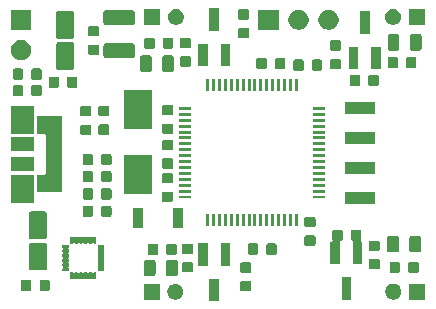
<source format=gbr>
G04 #@! TF.GenerationSoftware,KiCad,Pcbnew,(5.1.5)-3*
G04 #@! TF.CreationDate,2020-04-17T11:23:27-04:00*
G04 #@! TF.ProjectId,STM32_SMD_Quadcopter,53544d33-325f-4534-9d44-5f5175616463,rev?*
G04 #@! TF.SameCoordinates,PX2daf690PY1aab7d8*
G04 #@! TF.FileFunction,Soldermask,Top*
G04 #@! TF.FilePolarity,Negative*
%FSLAX46Y46*%
G04 Gerber Fmt 4.6, Leading zero omitted, Abs format (unit mm)*
G04 Created by KiCad (PCBNEW (5.1.5)-3) date 2020-04-17 11:23:27*
%MOMM*%
%LPD*%
G04 APERTURE LIST*
%ADD10C,0.100000*%
G04 APERTURE END LIST*
D10*
G36*
X18093600Y-25133600D02*
G01*
X17293600Y-25133600D01*
X17293600Y-23233600D01*
X18093600Y-23233600D01*
X18093600Y-25133600D01*
G37*
G36*
X29290000Y-25032000D02*
G01*
X28490000Y-25032000D01*
X28490000Y-23132000D01*
X29290000Y-23132000D01*
X29290000Y-25032000D01*
G37*
G36*
X13090889Y-25015102D02*
G01*
X11740889Y-25015102D01*
X11740889Y-23665102D01*
X13090889Y-23665102D01*
X13090889Y-25015102D01*
G37*
G36*
X14612778Y-23691041D02*
G01*
X14735620Y-23741924D01*
X14846176Y-23815795D01*
X14940196Y-23909815D01*
X15014067Y-24020371D01*
X15064950Y-24143213D01*
X15090889Y-24273619D01*
X15090889Y-24406585D01*
X15064950Y-24536991D01*
X15014067Y-24659833D01*
X14940196Y-24770389D01*
X14846176Y-24864409D01*
X14735620Y-24938280D01*
X14612778Y-24989163D01*
X14482372Y-25015102D01*
X14349406Y-25015102D01*
X14219000Y-24989163D01*
X14096158Y-24938280D01*
X13985602Y-24864409D01*
X13891582Y-24770389D01*
X13817711Y-24659833D01*
X13766828Y-24536991D01*
X13740889Y-24406585D01*
X13740889Y-24273619D01*
X13766828Y-24143213D01*
X13817711Y-24020371D01*
X13891582Y-23909815D01*
X13985602Y-23815795D01*
X14096158Y-23741924D01*
X14219000Y-23691041D01*
X14349406Y-23665102D01*
X14482372Y-23665102D01*
X14612778Y-23691041D01*
G37*
G36*
X33068492Y-23678623D02*
G01*
X33191334Y-23729506D01*
X33301890Y-23803377D01*
X33395910Y-23897397D01*
X33469781Y-24007953D01*
X33520664Y-24130795D01*
X33546603Y-24261201D01*
X33546603Y-24394167D01*
X33520664Y-24524573D01*
X33469781Y-24647415D01*
X33395910Y-24757971D01*
X33301890Y-24851991D01*
X33191334Y-24925862D01*
X33068492Y-24976745D01*
X32938086Y-25002684D01*
X32805120Y-25002684D01*
X32674714Y-24976745D01*
X32551872Y-24925862D01*
X32441316Y-24851991D01*
X32347296Y-24757971D01*
X32273425Y-24647415D01*
X32222542Y-24524573D01*
X32196603Y-24394167D01*
X32196603Y-24261201D01*
X32222542Y-24130795D01*
X32273425Y-24007953D01*
X32347296Y-23897397D01*
X32441316Y-23803377D01*
X32551872Y-23729506D01*
X32674714Y-23678623D01*
X32805120Y-23652684D01*
X32938086Y-23652684D01*
X33068492Y-23678623D01*
G37*
G36*
X35546603Y-25002684D02*
G01*
X34196603Y-25002684D01*
X34196603Y-23652684D01*
X35546603Y-23652684D01*
X35546603Y-25002684D01*
G37*
G36*
X20719916Y-23442195D02*
G01*
X20749111Y-23451052D01*
X20776023Y-23465437D01*
X20799608Y-23484792D01*
X20818963Y-23508377D01*
X20833348Y-23535289D01*
X20842205Y-23564484D01*
X20845800Y-23600990D01*
X20845800Y-24151210D01*
X20842205Y-24187716D01*
X20833348Y-24216911D01*
X20818963Y-24243823D01*
X20799608Y-24267408D01*
X20776023Y-24286763D01*
X20749111Y-24301148D01*
X20719916Y-24310005D01*
X20683410Y-24313600D01*
X20058190Y-24313600D01*
X20021684Y-24310005D01*
X19992489Y-24301148D01*
X19965577Y-24286763D01*
X19941992Y-24267408D01*
X19922637Y-24243823D01*
X19908252Y-24216911D01*
X19899395Y-24187716D01*
X19895800Y-24151210D01*
X19895800Y-23600990D01*
X19899395Y-23564484D01*
X19908252Y-23535289D01*
X19922637Y-23508377D01*
X19941992Y-23484792D01*
X19965577Y-23465437D01*
X19992489Y-23451052D01*
X20021684Y-23442195D01*
X20058190Y-23438600D01*
X20683410Y-23438600D01*
X20719916Y-23442195D01*
G37*
G36*
X2089516Y-23328395D02*
G01*
X2118711Y-23337252D01*
X2145623Y-23351637D01*
X2169208Y-23370992D01*
X2188563Y-23394577D01*
X2202948Y-23421489D01*
X2211805Y-23450684D01*
X2215400Y-23487190D01*
X2215400Y-24112410D01*
X2211805Y-24148916D01*
X2202948Y-24178111D01*
X2188563Y-24205023D01*
X2169208Y-24228608D01*
X2145623Y-24247963D01*
X2118711Y-24262348D01*
X2089516Y-24271205D01*
X2053010Y-24274800D01*
X1502790Y-24274800D01*
X1466284Y-24271205D01*
X1437089Y-24262348D01*
X1410177Y-24247963D01*
X1386592Y-24228608D01*
X1367237Y-24205023D01*
X1352852Y-24178111D01*
X1343995Y-24148916D01*
X1340400Y-24112410D01*
X1340400Y-23487190D01*
X1343995Y-23450684D01*
X1352852Y-23421489D01*
X1367237Y-23394577D01*
X1386592Y-23370992D01*
X1410177Y-23351637D01*
X1437089Y-23337252D01*
X1466284Y-23328395D01*
X1502790Y-23324800D01*
X2053010Y-23324800D01*
X2089516Y-23328395D01*
G37*
G36*
X3664516Y-23328395D02*
G01*
X3693711Y-23337252D01*
X3720623Y-23351637D01*
X3744208Y-23370992D01*
X3763563Y-23394577D01*
X3777948Y-23421489D01*
X3786805Y-23450684D01*
X3790400Y-23487190D01*
X3790400Y-24112410D01*
X3786805Y-24148916D01*
X3777948Y-24178111D01*
X3763563Y-24205023D01*
X3744208Y-24228608D01*
X3720623Y-24247963D01*
X3693711Y-24262348D01*
X3664516Y-24271205D01*
X3628010Y-24274800D01*
X3077790Y-24274800D01*
X3041284Y-24271205D01*
X3012089Y-24262348D01*
X2985177Y-24247963D01*
X2961592Y-24228608D01*
X2942237Y-24205023D01*
X2927852Y-24178111D01*
X2918995Y-24148916D01*
X2915400Y-24112410D01*
X2915400Y-23487190D01*
X2918995Y-23450684D01*
X2927852Y-23421489D01*
X2942237Y-23394577D01*
X2961592Y-23370992D01*
X2985177Y-23351637D01*
X3012089Y-23337252D01*
X3041284Y-23328395D01*
X3077790Y-23324800D01*
X3628010Y-23324800D01*
X3664516Y-23328395D01*
G37*
G36*
X5726445Y-22712009D02*
G01*
X5740698Y-22726263D01*
X5761072Y-22739877D01*
X5783711Y-22749255D01*
X5807744Y-22754037D01*
X5832248Y-22754038D01*
X5856281Y-22749258D01*
X5878920Y-22739881D01*
X5899295Y-22726268D01*
X5913554Y-22712009D01*
X5913643Y-22712000D01*
X6126357Y-22712000D01*
X6126445Y-22712009D01*
X6140698Y-22726263D01*
X6161072Y-22739877D01*
X6183711Y-22749255D01*
X6207744Y-22754037D01*
X6232248Y-22754038D01*
X6256281Y-22749258D01*
X6278920Y-22739881D01*
X6299295Y-22726268D01*
X6313554Y-22712009D01*
X6313643Y-22712000D01*
X6526357Y-22712000D01*
X6526445Y-22712009D01*
X6540698Y-22726263D01*
X6561072Y-22739877D01*
X6583711Y-22749255D01*
X6607744Y-22754037D01*
X6632248Y-22754038D01*
X6656281Y-22749258D01*
X6678920Y-22739881D01*
X6699295Y-22726268D01*
X6713554Y-22712009D01*
X6713643Y-22712000D01*
X6926357Y-22712000D01*
X6926445Y-22712009D01*
X6940698Y-22726263D01*
X6961072Y-22739877D01*
X6983711Y-22749255D01*
X7007744Y-22754037D01*
X7032248Y-22754038D01*
X7056281Y-22749258D01*
X7078920Y-22739881D01*
X7099295Y-22726268D01*
X7113554Y-22712009D01*
X7113643Y-22712000D01*
X7326357Y-22712000D01*
X7326445Y-22712009D01*
X7340698Y-22726263D01*
X7361072Y-22739877D01*
X7383711Y-22749255D01*
X7407744Y-22754037D01*
X7432248Y-22754038D01*
X7456281Y-22749258D01*
X7478920Y-22739881D01*
X7499295Y-22726268D01*
X7513554Y-22712009D01*
X7513643Y-22712000D01*
X7720000Y-22712000D01*
X7720000Y-23262000D01*
X7513643Y-23262000D01*
X7513555Y-23261991D01*
X7499302Y-23247737D01*
X7478928Y-23234123D01*
X7456289Y-23224745D01*
X7432256Y-23219963D01*
X7407752Y-23219962D01*
X7383719Y-23224742D01*
X7361080Y-23234119D01*
X7340705Y-23247732D01*
X7326446Y-23261991D01*
X7326357Y-23262000D01*
X7113643Y-23262000D01*
X7113555Y-23261991D01*
X7099302Y-23247737D01*
X7078928Y-23234123D01*
X7056289Y-23224745D01*
X7032256Y-23219963D01*
X7007752Y-23219962D01*
X6983719Y-23224742D01*
X6961080Y-23234119D01*
X6940705Y-23247732D01*
X6926446Y-23261991D01*
X6926357Y-23262000D01*
X6713643Y-23262000D01*
X6713555Y-23261991D01*
X6699302Y-23247737D01*
X6678928Y-23234123D01*
X6656289Y-23224745D01*
X6632256Y-23219963D01*
X6607752Y-23219962D01*
X6583719Y-23224742D01*
X6561080Y-23234119D01*
X6540705Y-23247732D01*
X6526446Y-23261991D01*
X6526357Y-23262000D01*
X6313643Y-23262000D01*
X6313555Y-23261991D01*
X6299302Y-23247737D01*
X6278928Y-23234123D01*
X6256289Y-23224745D01*
X6232256Y-23219963D01*
X6207752Y-23219962D01*
X6183719Y-23224742D01*
X6161080Y-23234119D01*
X6140705Y-23247732D01*
X6126446Y-23261991D01*
X6126357Y-23262000D01*
X5913643Y-23262000D01*
X5913555Y-23261991D01*
X5899302Y-23247737D01*
X5878928Y-23234123D01*
X5856289Y-23224745D01*
X5832256Y-23219963D01*
X5807752Y-23219962D01*
X5783719Y-23224742D01*
X5761080Y-23234119D01*
X5740705Y-23247732D01*
X5726446Y-23261991D01*
X5726357Y-23262000D01*
X5520000Y-23262000D01*
X5520000Y-22712000D01*
X5726357Y-22712000D01*
X5726445Y-22712009D01*
G37*
G36*
X12586591Y-21630675D02*
G01*
X12620479Y-21640955D01*
X12651712Y-21657650D01*
X12679086Y-21680114D01*
X12701550Y-21707488D01*
X12718245Y-21738721D01*
X12728525Y-21772609D01*
X12732600Y-21813988D01*
X12732600Y-22839212D01*
X12728525Y-22880591D01*
X12718245Y-22914479D01*
X12701550Y-22945712D01*
X12679086Y-22973086D01*
X12651712Y-22995550D01*
X12620479Y-23012245D01*
X12586591Y-23022525D01*
X12545212Y-23026600D01*
X11944988Y-23026600D01*
X11903609Y-23022525D01*
X11869721Y-23012245D01*
X11838488Y-22995550D01*
X11811114Y-22973086D01*
X11788650Y-22945712D01*
X11771955Y-22914479D01*
X11761675Y-22880591D01*
X11757600Y-22839212D01*
X11757600Y-21813988D01*
X11761675Y-21772609D01*
X11771955Y-21738721D01*
X11788650Y-21707488D01*
X11811114Y-21680114D01*
X11838488Y-21657650D01*
X11869721Y-21640955D01*
X11903609Y-21630675D01*
X11944988Y-21626600D01*
X12545212Y-21626600D01*
X12586591Y-21630675D01*
G37*
G36*
X14461591Y-21630675D02*
G01*
X14495479Y-21640955D01*
X14526712Y-21657650D01*
X14554086Y-21680114D01*
X14576550Y-21707488D01*
X14593245Y-21738721D01*
X14603525Y-21772609D01*
X14607600Y-21813988D01*
X14607600Y-22839212D01*
X14603525Y-22880591D01*
X14593245Y-22914479D01*
X14576550Y-22945712D01*
X14554086Y-22973086D01*
X14526712Y-22995550D01*
X14495479Y-23012245D01*
X14461591Y-23022525D01*
X14420212Y-23026600D01*
X13819988Y-23026600D01*
X13778609Y-23022525D01*
X13744721Y-23012245D01*
X13713488Y-22995550D01*
X13686114Y-22973086D01*
X13663650Y-22945712D01*
X13646955Y-22914479D01*
X13636675Y-22880591D01*
X13632600Y-22839212D01*
X13632600Y-21813988D01*
X13636675Y-21772609D01*
X13646955Y-21738721D01*
X13663650Y-21707488D01*
X13686114Y-21680114D01*
X13713488Y-21657650D01*
X13744721Y-21640955D01*
X13778609Y-21630675D01*
X13819988Y-21626600D01*
X14420212Y-21626600D01*
X14461591Y-21630675D01*
G37*
G36*
X34881216Y-21804395D02*
G01*
X34910411Y-21813252D01*
X34937323Y-21827637D01*
X34960908Y-21846992D01*
X34980263Y-21870577D01*
X34994648Y-21897489D01*
X35003505Y-21926684D01*
X35007100Y-21963190D01*
X35007100Y-22588410D01*
X35003505Y-22624916D01*
X34994648Y-22654111D01*
X34980263Y-22681023D01*
X34960908Y-22704608D01*
X34937323Y-22723963D01*
X34910411Y-22738348D01*
X34881216Y-22747205D01*
X34844710Y-22750800D01*
X34294490Y-22750800D01*
X34257984Y-22747205D01*
X34228789Y-22738348D01*
X34201877Y-22723963D01*
X34178292Y-22704608D01*
X34158937Y-22681023D01*
X34144552Y-22654111D01*
X34135695Y-22624916D01*
X34132100Y-22588410D01*
X34132100Y-21963190D01*
X34135695Y-21926684D01*
X34144552Y-21897489D01*
X34158937Y-21870577D01*
X34178292Y-21846992D01*
X34201877Y-21827637D01*
X34228789Y-21813252D01*
X34257984Y-21804395D01*
X34294490Y-21800800D01*
X34844710Y-21800800D01*
X34881216Y-21804395D01*
G37*
G36*
X33306216Y-21804395D02*
G01*
X33335411Y-21813252D01*
X33362323Y-21827637D01*
X33385908Y-21846992D01*
X33405263Y-21870577D01*
X33419648Y-21897489D01*
X33428505Y-21926684D01*
X33432100Y-21963190D01*
X33432100Y-22588410D01*
X33428505Y-22624916D01*
X33419648Y-22654111D01*
X33405263Y-22681023D01*
X33385908Y-22704608D01*
X33362323Y-22723963D01*
X33335411Y-22738348D01*
X33306216Y-22747205D01*
X33269710Y-22750800D01*
X32719490Y-22750800D01*
X32682984Y-22747205D01*
X32653789Y-22738348D01*
X32626877Y-22723963D01*
X32603292Y-22704608D01*
X32583937Y-22681023D01*
X32569552Y-22654111D01*
X32560695Y-22624916D01*
X32557100Y-22588410D01*
X32557100Y-21963190D01*
X32560695Y-21926684D01*
X32569552Y-21897489D01*
X32583937Y-21870577D01*
X32603292Y-21846992D01*
X32626877Y-21827637D01*
X32653789Y-21813252D01*
X32682984Y-21804395D01*
X32719490Y-21800800D01*
X33269710Y-21800800D01*
X33306216Y-21804395D01*
G37*
G36*
X20719916Y-21867195D02*
G01*
X20749111Y-21876052D01*
X20776023Y-21890437D01*
X20799608Y-21909792D01*
X20818963Y-21933377D01*
X20833348Y-21960289D01*
X20842205Y-21989484D01*
X20845800Y-22025990D01*
X20845800Y-22576210D01*
X20842205Y-22612716D01*
X20833348Y-22641911D01*
X20818963Y-22668823D01*
X20799608Y-22692408D01*
X20776023Y-22711763D01*
X20749111Y-22726148D01*
X20719916Y-22735005D01*
X20683410Y-22738600D01*
X20058190Y-22738600D01*
X20021684Y-22735005D01*
X19992489Y-22726148D01*
X19965577Y-22711763D01*
X19941992Y-22692408D01*
X19922637Y-22668823D01*
X19908252Y-22641911D01*
X19899395Y-22612716D01*
X19895800Y-22576210D01*
X19895800Y-22025990D01*
X19899395Y-21989484D01*
X19908252Y-21960289D01*
X19922637Y-21933377D01*
X19941992Y-21909792D01*
X19965577Y-21890437D01*
X19992489Y-21876052D01*
X20021684Y-21867195D01*
X20058190Y-21863600D01*
X20683410Y-21863600D01*
X20719916Y-21867195D01*
G37*
G36*
X15792316Y-21841995D02*
G01*
X15821511Y-21850852D01*
X15848423Y-21865237D01*
X15872008Y-21884592D01*
X15891363Y-21908177D01*
X15905748Y-21935089D01*
X15914605Y-21964284D01*
X15918200Y-22000790D01*
X15918200Y-22551010D01*
X15914605Y-22587516D01*
X15905748Y-22616711D01*
X15891363Y-22643623D01*
X15872008Y-22667208D01*
X15848423Y-22686563D01*
X15821511Y-22700948D01*
X15792316Y-22709805D01*
X15755810Y-22713400D01*
X15130590Y-22713400D01*
X15094084Y-22709805D01*
X15064889Y-22700948D01*
X15037977Y-22686563D01*
X15014392Y-22667208D01*
X14995037Y-22643623D01*
X14980652Y-22616711D01*
X14971795Y-22587516D01*
X14968200Y-22551010D01*
X14968200Y-22000790D01*
X14971795Y-21964284D01*
X14980652Y-21935089D01*
X14995037Y-21908177D01*
X15014392Y-21884592D01*
X15037977Y-21865237D01*
X15064889Y-21850852D01*
X15094084Y-21841995D01*
X15130590Y-21838400D01*
X15755810Y-21838400D01*
X15792316Y-21841995D01*
G37*
G36*
X5395000Y-20593357D02*
G01*
X5394991Y-20593445D01*
X5380737Y-20607698D01*
X5367123Y-20628072D01*
X5357745Y-20650711D01*
X5352963Y-20674744D01*
X5352962Y-20699248D01*
X5357742Y-20723281D01*
X5367119Y-20745920D01*
X5380732Y-20766295D01*
X5394991Y-20780554D01*
X5395000Y-20780643D01*
X5395000Y-20993357D01*
X5394991Y-20993445D01*
X5380737Y-21007698D01*
X5367123Y-21028072D01*
X5357745Y-21050711D01*
X5352963Y-21074744D01*
X5352962Y-21099248D01*
X5357742Y-21123281D01*
X5367119Y-21145920D01*
X5380732Y-21166295D01*
X5394991Y-21180554D01*
X5395000Y-21180643D01*
X5395000Y-21393357D01*
X5394991Y-21393445D01*
X5380737Y-21407698D01*
X5367123Y-21428072D01*
X5357745Y-21450711D01*
X5352963Y-21474744D01*
X5352962Y-21499248D01*
X5357742Y-21523281D01*
X5367119Y-21545920D01*
X5380732Y-21566295D01*
X5394991Y-21580554D01*
X5395000Y-21580643D01*
X5395000Y-21793357D01*
X5394991Y-21793445D01*
X5380737Y-21807698D01*
X5367123Y-21828072D01*
X5357745Y-21850711D01*
X5352963Y-21874744D01*
X5352962Y-21899248D01*
X5357742Y-21923281D01*
X5367119Y-21945920D01*
X5380732Y-21966295D01*
X5394991Y-21980554D01*
X5395000Y-21980643D01*
X5395000Y-22193357D01*
X5394991Y-22193445D01*
X5380737Y-22207698D01*
X5367123Y-22228072D01*
X5357745Y-22250711D01*
X5352963Y-22274744D01*
X5352962Y-22299248D01*
X5357742Y-22323281D01*
X5367119Y-22345920D01*
X5380732Y-22366295D01*
X5394991Y-22380554D01*
X5395000Y-22380643D01*
X5395000Y-22587000D01*
X4845000Y-22587000D01*
X4845000Y-22380643D01*
X4845009Y-22380555D01*
X4859263Y-22366302D01*
X4872877Y-22345928D01*
X4882255Y-22323289D01*
X4887037Y-22299256D01*
X4887038Y-22274752D01*
X4882258Y-22250719D01*
X4872881Y-22228080D01*
X4859268Y-22207705D01*
X4845009Y-22193446D01*
X4845000Y-22193357D01*
X4845000Y-21980643D01*
X4845009Y-21980555D01*
X4859263Y-21966302D01*
X4872877Y-21945928D01*
X4882255Y-21923289D01*
X4887037Y-21899256D01*
X4887038Y-21874752D01*
X4882258Y-21850719D01*
X4872881Y-21828080D01*
X4859268Y-21807705D01*
X4845009Y-21793446D01*
X4845000Y-21793357D01*
X4845000Y-21580643D01*
X4845009Y-21580555D01*
X4859263Y-21566302D01*
X4872877Y-21545928D01*
X4882255Y-21523289D01*
X4887037Y-21499256D01*
X4887038Y-21474752D01*
X4882258Y-21450719D01*
X4872881Y-21428080D01*
X4859268Y-21407705D01*
X4845009Y-21393446D01*
X4845000Y-21393357D01*
X4845000Y-21180643D01*
X4845009Y-21180555D01*
X4859263Y-21166302D01*
X4872877Y-21145928D01*
X4882255Y-21123289D01*
X4887037Y-21099256D01*
X4887038Y-21074752D01*
X4882258Y-21050719D01*
X4872881Y-21028080D01*
X4859268Y-21007705D01*
X4845009Y-20993446D01*
X4845000Y-20993357D01*
X4845000Y-20780643D01*
X4845009Y-20780555D01*
X4859263Y-20766302D01*
X4872877Y-20745928D01*
X4882255Y-20723289D01*
X4887037Y-20699256D01*
X4887038Y-20674752D01*
X4882258Y-20650719D01*
X4872881Y-20628080D01*
X4859268Y-20607705D01*
X4845009Y-20593446D01*
X4845000Y-20593357D01*
X4845000Y-20387000D01*
X5395000Y-20387000D01*
X5395000Y-20593357D01*
G37*
G36*
X8395000Y-20593357D02*
G01*
X8394991Y-20593445D01*
X8380737Y-20607698D01*
X8367123Y-20628072D01*
X8357745Y-20650711D01*
X8352963Y-20674744D01*
X8352962Y-20699248D01*
X8357742Y-20723281D01*
X8367119Y-20745920D01*
X8380732Y-20766295D01*
X8394991Y-20780554D01*
X8395000Y-20780643D01*
X8395000Y-20993357D01*
X8394991Y-20993445D01*
X8380737Y-21007698D01*
X8367123Y-21028072D01*
X8357745Y-21050711D01*
X8352963Y-21074744D01*
X8352962Y-21099248D01*
X8357742Y-21123281D01*
X8367119Y-21145920D01*
X8380732Y-21166295D01*
X8394991Y-21180554D01*
X8395000Y-21180643D01*
X8395000Y-21393357D01*
X8394991Y-21393445D01*
X8380737Y-21407698D01*
X8367123Y-21428072D01*
X8357745Y-21450711D01*
X8352963Y-21474744D01*
X8352962Y-21499248D01*
X8357742Y-21523281D01*
X8367119Y-21545920D01*
X8380732Y-21566295D01*
X8394991Y-21580554D01*
X8395000Y-21580643D01*
X8395000Y-21793357D01*
X8394991Y-21793445D01*
X8380737Y-21807698D01*
X8367123Y-21828072D01*
X8357745Y-21850711D01*
X8352963Y-21874744D01*
X8352962Y-21899248D01*
X8357742Y-21923281D01*
X8367119Y-21945920D01*
X8380732Y-21966295D01*
X8394991Y-21980554D01*
X8395000Y-21980643D01*
X8395000Y-22193357D01*
X8394991Y-22193445D01*
X8380737Y-22207698D01*
X8367123Y-22228072D01*
X8357745Y-22250711D01*
X8352963Y-22274744D01*
X8352962Y-22299248D01*
X8357742Y-22323281D01*
X8367119Y-22345920D01*
X8380732Y-22366295D01*
X8394991Y-22380554D01*
X8395000Y-22380643D01*
X8395000Y-22587000D01*
X7845000Y-22587000D01*
X7845000Y-22380643D01*
X7845009Y-22380555D01*
X7859263Y-22366302D01*
X7872877Y-22345928D01*
X7882255Y-22323289D01*
X7887037Y-22299256D01*
X7887038Y-22274752D01*
X7882258Y-22250719D01*
X7872881Y-22228080D01*
X7859268Y-22207705D01*
X7845009Y-22193446D01*
X7845000Y-22193357D01*
X7845000Y-21980643D01*
X7845009Y-21980555D01*
X7859263Y-21966302D01*
X7872877Y-21945928D01*
X7882255Y-21923289D01*
X7887037Y-21899256D01*
X7887038Y-21874752D01*
X7882258Y-21850719D01*
X7872881Y-21828080D01*
X7859268Y-21807705D01*
X7845009Y-21793446D01*
X7845000Y-21793357D01*
X7845000Y-21580643D01*
X7845009Y-21580555D01*
X7859263Y-21566302D01*
X7872877Y-21545928D01*
X7882255Y-21523289D01*
X7887037Y-21499256D01*
X7887038Y-21474752D01*
X7882258Y-21450719D01*
X7872881Y-21428080D01*
X7859268Y-21407705D01*
X7845009Y-21393446D01*
X7845000Y-21393357D01*
X7845000Y-21180643D01*
X7845009Y-21180555D01*
X7859263Y-21166302D01*
X7872877Y-21145928D01*
X7882255Y-21123289D01*
X7887037Y-21099256D01*
X7887038Y-21074752D01*
X7882258Y-21050719D01*
X7872881Y-21028080D01*
X7859268Y-21007705D01*
X7845009Y-20993446D01*
X7845000Y-20993357D01*
X7845000Y-20780643D01*
X7845009Y-20780555D01*
X7859263Y-20766302D01*
X7872877Y-20745928D01*
X7882255Y-20723289D01*
X7887037Y-20699256D01*
X7887038Y-20674752D01*
X7882258Y-20650719D01*
X7872881Y-20628080D01*
X7859268Y-20607705D01*
X7845009Y-20593446D01*
X7845000Y-20593357D01*
X7845000Y-20387000D01*
X8395000Y-20387000D01*
X8395000Y-20593357D01*
G37*
G36*
X3384331Y-20198595D02*
G01*
X3415479Y-20208044D01*
X3444193Y-20223392D01*
X3469357Y-20244043D01*
X3490008Y-20269207D01*
X3505356Y-20297921D01*
X3514805Y-20329069D01*
X3518600Y-20367606D01*
X3518600Y-22371994D01*
X3514805Y-22410531D01*
X3505356Y-22441679D01*
X3490008Y-22470393D01*
X3469357Y-22495557D01*
X3444193Y-22516208D01*
X3415479Y-22531556D01*
X3384331Y-22541005D01*
X3345794Y-22544800D01*
X2191406Y-22544800D01*
X2152869Y-22541005D01*
X2121721Y-22531556D01*
X2093007Y-22516208D01*
X2067843Y-22495557D01*
X2047192Y-22470393D01*
X2031844Y-22441679D01*
X2022395Y-22410531D01*
X2018600Y-22371994D01*
X2018600Y-20367606D01*
X2022395Y-20329069D01*
X2031844Y-20297921D01*
X2047192Y-20269207D01*
X2067843Y-20244043D01*
X2093007Y-20223392D01*
X2121721Y-20208044D01*
X2152869Y-20198595D01*
X2191406Y-20194800D01*
X3345794Y-20194800D01*
X3384331Y-20198595D01*
G37*
G36*
X31591116Y-21588095D02*
G01*
X31620311Y-21596952D01*
X31647223Y-21611337D01*
X31670808Y-21630692D01*
X31690163Y-21654277D01*
X31704548Y-21681189D01*
X31713405Y-21710384D01*
X31717000Y-21746890D01*
X31717000Y-22297110D01*
X31713405Y-22333616D01*
X31704548Y-22362811D01*
X31690163Y-22389723D01*
X31670808Y-22413308D01*
X31647223Y-22432663D01*
X31620311Y-22447048D01*
X31591116Y-22455905D01*
X31554610Y-22459500D01*
X30929390Y-22459500D01*
X30892884Y-22455905D01*
X30863689Y-22447048D01*
X30836777Y-22432663D01*
X30813192Y-22413308D01*
X30793837Y-22389723D01*
X30779452Y-22362811D01*
X30770595Y-22333616D01*
X30767000Y-22297110D01*
X30767000Y-21746890D01*
X30770595Y-21710384D01*
X30779452Y-21681189D01*
X30793837Y-21654277D01*
X30813192Y-21630692D01*
X30836777Y-21611337D01*
X30863689Y-21596952D01*
X30892884Y-21588095D01*
X30929390Y-21584500D01*
X31554610Y-21584500D01*
X31591116Y-21588095D01*
G37*
G36*
X19043600Y-22133600D02*
G01*
X18243600Y-22133600D01*
X18243600Y-20233600D01*
X19043600Y-20233600D01*
X19043600Y-22133600D01*
G37*
G36*
X17143600Y-22133600D02*
G01*
X16343600Y-22133600D01*
X16343600Y-20233600D01*
X17143600Y-20233600D01*
X17143600Y-22133600D01*
G37*
G36*
X28454616Y-19086595D02*
G01*
X28483811Y-19095452D01*
X28510723Y-19109837D01*
X28534308Y-19129192D01*
X28553663Y-19152777D01*
X28568048Y-19179689D01*
X28576905Y-19208884D01*
X28580500Y-19245390D01*
X28580500Y-19870610D01*
X28576905Y-19907116D01*
X28568048Y-19936311D01*
X28553663Y-19963223D01*
X28534308Y-19986808D01*
X28510723Y-20006163D01*
X28483811Y-20020548D01*
X28454616Y-20029405D01*
X28452744Y-20029589D01*
X28428711Y-20034370D01*
X28406073Y-20043748D01*
X28385698Y-20057362D01*
X28368372Y-20074690D01*
X28354758Y-20095064D01*
X28345382Y-20117703D01*
X28340000Y-20153986D01*
X28340000Y-22032000D01*
X27540000Y-22032000D01*
X27540000Y-20132000D01*
X27614001Y-20132000D01*
X27638387Y-20129598D01*
X27661836Y-20122485D01*
X27683447Y-20110934D01*
X27702389Y-20095389D01*
X27717934Y-20076447D01*
X27729485Y-20054836D01*
X27736598Y-20031387D01*
X27739000Y-20007001D01*
X27736598Y-19982615D01*
X27724242Y-19948080D01*
X27717952Y-19936312D01*
X27709095Y-19907116D01*
X27705500Y-19870610D01*
X27705500Y-19245390D01*
X27709095Y-19208884D01*
X27717952Y-19179689D01*
X27732337Y-19152777D01*
X27751692Y-19129192D01*
X27775277Y-19109837D01*
X27802189Y-19095452D01*
X27831384Y-19086595D01*
X27867890Y-19083000D01*
X28418110Y-19083000D01*
X28454616Y-19086595D01*
G37*
G36*
X30029616Y-19086595D02*
G01*
X30058811Y-19095452D01*
X30085723Y-19109837D01*
X30109308Y-19129192D01*
X30128663Y-19152777D01*
X30143048Y-19179689D01*
X30151905Y-19208884D01*
X30155500Y-19245390D01*
X30155500Y-19870610D01*
X30151905Y-19907116D01*
X30143048Y-19936312D01*
X30136758Y-19948080D01*
X30127382Y-19970719D01*
X30122602Y-19994752D01*
X30122602Y-20019256D01*
X30127383Y-20043289D01*
X30136761Y-20065928D01*
X30150375Y-20086302D01*
X30167703Y-20103628D01*
X30188078Y-20117242D01*
X30210717Y-20126618D01*
X30240000Y-20130962D01*
X30240000Y-22032000D01*
X29440000Y-22032000D01*
X29440000Y-20129043D01*
X29437598Y-20104657D01*
X29430485Y-20081208D01*
X29418934Y-20059597D01*
X29403389Y-20040655D01*
X29384447Y-20025110D01*
X29373924Y-20018803D01*
X29350277Y-20006164D01*
X29326692Y-19986808D01*
X29307337Y-19963223D01*
X29292952Y-19936311D01*
X29284095Y-19907116D01*
X29280500Y-19870610D01*
X29280500Y-19245390D01*
X29284095Y-19208884D01*
X29292952Y-19179689D01*
X29307337Y-19152777D01*
X29326692Y-19129192D01*
X29350277Y-19109837D01*
X29377189Y-19095452D01*
X29406384Y-19086595D01*
X29442890Y-19083000D01*
X29993110Y-19083000D01*
X30029616Y-19086595D01*
G37*
G36*
X14408816Y-20280395D02*
G01*
X14438011Y-20289252D01*
X14464923Y-20303637D01*
X14488508Y-20322992D01*
X14507863Y-20346577D01*
X14522248Y-20373489D01*
X14531105Y-20402684D01*
X14534700Y-20439190D01*
X14534700Y-21064410D01*
X14531105Y-21100916D01*
X14522248Y-21130111D01*
X14507863Y-21157023D01*
X14488508Y-21180608D01*
X14464923Y-21199963D01*
X14438011Y-21214348D01*
X14408816Y-21223205D01*
X14372310Y-21226800D01*
X13822090Y-21226800D01*
X13785584Y-21223205D01*
X13756389Y-21214348D01*
X13729477Y-21199963D01*
X13705892Y-21180608D01*
X13686537Y-21157023D01*
X13672152Y-21130111D01*
X13663295Y-21100916D01*
X13659700Y-21064410D01*
X13659700Y-20439190D01*
X13663295Y-20402684D01*
X13672152Y-20373489D01*
X13686537Y-20346577D01*
X13705892Y-20322992D01*
X13729477Y-20303637D01*
X13756389Y-20289252D01*
X13785584Y-20280395D01*
X13822090Y-20276800D01*
X14372310Y-20276800D01*
X14408816Y-20280395D01*
G37*
G36*
X12833816Y-20280395D02*
G01*
X12863011Y-20289252D01*
X12889923Y-20303637D01*
X12913508Y-20322992D01*
X12932863Y-20346577D01*
X12947248Y-20373489D01*
X12956105Y-20402684D01*
X12959700Y-20439190D01*
X12959700Y-21064410D01*
X12956105Y-21100916D01*
X12947248Y-21130111D01*
X12932863Y-21157023D01*
X12913508Y-21180608D01*
X12889923Y-21199963D01*
X12863011Y-21214348D01*
X12833816Y-21223205D01*
X12797310Y-21226800D01*
X12247090Y-21226800D01*
X12210584Y-21223205D01*
X12181389Y-21214348D01*
X12154477Y-21199963D01*
X12130892Y-21180608D01*
X12111537Y-21157023D01*
X12097152Y-21130111D01*
X12088295Y-21100916D01*
X12084700Y-21064410D01*
X12084700Y-20439190D01*
X12088295Y-20402684D01*
X12097152Y-20373489D01*
X12111537Y-20346577D01*
X12130892Y-20322992D01*
X12154477Y-20303637D01*
X12181389Y-20289252D01*
X12210584Y-20280395D01*
X12247090Y-20276800D01*
X12797310Y-20276800D01*
X12833816Y-20280395D01*
G37*
G36*
X21292016Y-20254995D02*
G01*
X21321211Y-20263852D01*
X21348123Y-20278237D01*
X21371708Y-20297592D01*
X21391063Y-20321177D01*
X21405448Y-20348089D01*
X21414305Y-20377284D01*
X21417900Y-20413790D01*
X21417900Y-21039010D01*
X21414305Y-21075516D01*
X21405448Y-21104711D01*
X21391063Y-21131623D01*
X21371708Y-21155208D01*
X21348123Y-21174563D01*
X21321211Y-21188948D01*
X21292016Y-21197805D01*
X21255510Y-21201400D01*
X20705290Y-21201400D01*
X20668784Y-21197805D01*
X20639589Y-21188948D01*
X20612677Y-21174563D01*
X20589092Y-21155208D01*
X20569737Y-21131623D01*
X20555352Y-21104711D01*
X20546495Y-21075516D01*
X20542900Y-21039010D01*
X20542900Y-20413790D01*
X20546495Y-20377284D01*
X20555352Y-20348089D01*
X20569737Y-20321177D01*
X20589092Y-20297592D01*
X20612677Y-20278237D01*
X20639589Y-20263852D01*
X20668784Y-20254995D01*
X20705290Y-20251400D01*
X21255510Y-20251400D01*
X21292016Y-20254995D01*
G37*
G36*
X22867016Y-20254995D02*
G01*
X22896211Y-20263852D01*
X22923123Y-20278237D01*
X22946708Y-20297592D01*
X22966063Y-20321177D01*
X22980448Y-20348089D01*
X22989305Y-20377284D01*
X22992900Y-20413790D01*
X22992900Y-21039010D01*
X22989305Y-21075516D01*
X22980448Y-21104711D01*
X22966063Y-21131623D01*
X22946708Y-21155208D01*
X22923123Y-21174563D01*
X22896211Y-21188948D01*
X22867016Y-21197805D01*
X22830510Y-21201400D01*
X22280290Y-21201400D01*
X22243784Y-21197805D01*
X22214589Y-21188948D01*
X22187677Y-21174563D01*
X22164092Y-21155208D01*
X22144737Y-21131623D01*
X22130352Y-21104711D01*
X22121495Y-21075516D01*
X22117900Y-21039010D01*
X22117900Y-20413790D01*
X22121495Y-20377284D01*
X22130352Y-20348089D01*
X22144737Y-20321177D01*
X22164092Y-20297592D01*
X22187677Y-20278237D01*
X22214589Y-20263852D01*
X22243784Y-20254995D01*
X22280290Y-20251400D01*
X22830510Y-20251400D01*
X22867016Y-20254995D01*
G37*
G36*
X15792316Y-20266995D02*
G01*
X15821511Y-20275852D01*
X15848423Y-20290237D01*
X15872008Y-20309592D01*
X15891363Y-20333177D01*
X15905748Y-20360089D01*
X15914605Y-20389284D01*
X15918200Y-20425790D01*
X15918200Y-20976010D01*
X15914605Y-21012516D01*
X15905748Y-21041711D01*
X15891363Y-21068623D01*
X15872008Y-21092208D01*
X15848423Y-21111563D01*
X15821511Y-21125948D01*
X15792316Y-21134805D01*
X15755810Y-21138400D01*
X15130590Y-21138400D01*
X15094084Y-21134805D01*
X15064889Y-21125948D01*
X15037977Y-21111563D01*
X15014392Y-21092208D01*
X14995037Y-21068623D01*
X14980652Y-21041711D01*
X14971795Y-21012516D01*
X14968200Y-20976010D01*
X14968200Y-20425790D01*
X14971795Y-20389284D01*
X14980652Y-20360089D01*
X14995037Y-20333177D01*
X15014392Y-20309592D01*
X15037977Y-20290237D01*
X15064889Y-20275852D01*
X15094084Y-20266995D01*
X15130590Y-20263400D01*
X15755810Y-20263400D01*
X15792316Y-20266995D01*
G37*
G36*
X33185991Y-19624075D02*
G01*
X33219879Y-19634355D01*
X33251112Y-19651050D01*
X33278486Y-19673514D01*
X33300950Y-19700888D01*
X33317645Y-19732121D01*
X33327925Y-19766009D01*
X33332000Y-19807388D01*
X33332000Y-20832612D01*
X33327925Y-20873991D01*
X33317645Y-20907879D01*
X33300950Y-20939112D01*
X33278486Y-20966486D01*
X33251112Y-20988950D01*
X33219879Y-21005645D01*
X33185991Y-21015925D01*
X33144612Y-21020000D01*
X32544388Y-21020000D01*
X32503009Y-21015925D01*
X32469121Y-21005645D01*
X32437888Y-20988950D01*
X32410514Y-20966486D01*
X32388050Y-20939112D01*
X32371355Y-20907879D01*
X32361075Y-20873991D01*
X32357000Y-20832612D01*
X32357000Y-19807388D01*
X32361075Y-19766009D01*
X32371355Y-19732121D01*
X32388050Y-19700888D01*
X32410514Y-19673514D01*
X32437888Y-19651050D01*
X32469121Y-19634355D01*
X32503009Y-19624075D01*
X32544388Y-19620000D01*
X33144612Y-19620000D01*
X33185991Y-19624075D01*
G37*
G36*
X35060991Y-19624075D02*
G01*
X35094879Y-19634355D01*
X35126112Y-19651050D01*
X35153486Y-19673514D01*
X35175950Y-19700888D01*
X35192645Y-19732121D01*
X35202925Y-19766009D01*
X35207000Y-19807388D01*
X35207000Y-20832612D01*
X35202925Y-20873991D01*
X35192645Y-20907879D01*
X35175950Y-20939112D01*
X35153486Y-20966486D01*
X35126112Y-20988950D01*
X35094879Y-21005645D01*
X35060991Y-21015925D01*
X35019612Y-21020000D01*
X34419388Y-21020000D01*
X34378009Y-21015925D01*
X34344121Y-21005645D01*
X34312888Y-20988950D01*
X34285514Y-20966486D01*
X34263050Y-20939112D01*
X34246355Y-20907879D01*
X34236075Y-20873991D01*
X34232000Y-20832612D01*
X34232000Y-19807388D01*
X34236075Y-19766009D01*
X34246355Y-19732121D01*
X34263050Y-19700888D01*
X34285514Y-19673514D01*
X34312888Y-19651050D01*
X34344121Y-19634355D01*
X34378009Y-19624075D01*
X34419388Y-19620000D01*
X35019612Y-19620000D01*
X35060991Y-19624075D01*
G37*
G36*
X31591116Y-20013095D02*
G01*
X31620311Y-20021952D01*
X31647223Y-20036337D01*
X31670808Y-20055692D01*
X31690163Y-20079277D01*
X31704548Y-20106189D01*
X31713405Y-20135384D01*
X31717000Y-20171890D01*
X31717000Y-20722110D01*
X31713405Y-20758616D01*
X31704548Y-20787811D01*
X31690163Y-20814723D01*
X31670808Y-20838308D01*
X31647223Y-20857663D01*
X31620311Y-20872048D01*
X31591116Y-20880905D01*
X31554610Y-20884500D01*
X30929390Y-20884500D01*
X30892884Y-20880905D01*
X30863689Y-20872048D01*
X30836777Y-20857663D01*
X30813192Y-20838308D01*
X30793837Y-20814723D01*
X30779452Y-20787811D01*
X30770595Y-20758616D01*
X30767000Y-20722110D01*
X30767000Y-20171890D01*
X30770595Y-20135384D01*
X30779452Y-20106189D01*
X30793837Y-20079277D01*
X30813192Y-20055692D01*
X30836777Y-20036337D01*
X30863689Y-20021952D01*
X30892884Y-20013095D01*
X30929390Y-20009500D01*
X31554610Y-20009500D01*
X31591116Y-20013095D01*
G37*
G36*
X26155516Y-19581395D02*
G01*
X26184711Y-19590252D01*
X26211623Y-19604637D01*
X26235208Y-19623992D01*
X26254563Y-19647577D01*
X26268948Y-19674489D01*
X26277805Y-19703684D01*
X26281400Y-19740190D01*
X26281400Y-20290410D01*
X26277805Y-20326916D01*
X26268948Y-20356111D01*
X26254563Y-20383023D01*
X26235208Y-20406608D01*
X26211623Y-20425963D01*
X26184711Y-20440348D01*
X26155516Y-20449205D01*
X26119010Y-20452800D01*
X25493790Y-20452800D01*
X25457284Y-20449205D01*
X25428089Y-20440348D01*
X25401177Y-20425963D01*
X25377592Y-20406608D01*
X25358237Y-20383023D01*
X25343852Y-20356111D01*
X25334995Y-20326916D01*
X25331400Y-20290410D01*
X25331400Y-19740190D01*
X25334995Y-19703684D01*
X25343852Y-19674489D01*
X25358237Y-19647577D01*
X25377592Y-19623992D01*
X25401177Y-19604637D01*
X25428089Y-19590252D01*
X25457284Y-19581395D01*
X25493790Y-19577800D01*
X26119010Y-19577800D01*
X26155516Y-19581395D01*
G37*
G36*
X5726445Y-19712009D02*
G01*
X5740698Y-19726263D01*
X5761072Y-19739877D01*
X5783711Y-19749255D01*
X5807744Y-19754037D01*
X5832248Y-19754038D01*
X5856281Y-19749258D01*
X5878920Y-19739881D01*
X5899295Y-19726268D01*
X5913554Y-19712009D01*
X5913643Y-19712000D01*
X6126357Y-19712000D01*
X6126445Y-19712009D01*
X6140698Y-19726263D01*
X6161072Y-19739877D01*
X6183711Y-19749255D01*
X6207744Y-19754037D01*
X6232248Y-19754038D01*
X6256281Y-19749258D01*
X6278920Y-19739881D01*
X6299295Y-19726268D01*
X6313554Y-19712009D01*
X6313643Y-19712000D01*
X6526357Y-19712000D01*
X6526445Y-19712009D01*
X6540698Y-19726263D01*
X6561072Y-19739877D01*
X6583711Y-19749255D01*
X6607744Y-19754037D01*
X6632248Y-19754038D01*
X6656281Y-19749258D01*
X6678920Y-19739881D01*
X6699295Y-19726268D01*
X6713554Y-19712009D01*
X6713643Y-19712000D01*
X6926357Y-19712000D01*
X6926445Y-19712009D01*
X6940698Y-19726263D01*
X6961072Y-19739877D01*
X6983711Y-19749255D01*
X7007744Y-19754037D01*
X7032248Y-19754038D01*
X7056281Y-19749258D01*
X7078920Y-19739881D01*
X7099295Y-19726268D01*
X7113554Y-19712009D01*
X7113643Y-19712000D01*
X7326357Y-19712000D01*
X7326445Y-19712009D01*
X7340698Y-19726263D01*
X7361072Y-19739877D01*
X7383711Y-19749255D01*
X7407744Y-19754037D01*
X7432248Y-19754038D01*
X7456281Y-19749258D01*
X7478920Y-19739881D01*
X7499295Y-19726268D01*
X7513554Y-19712009D01*
X7513643Y-19712000D01*
X7720000Y-19712000D01*
X7720000Y-20262000D01*
X7513643Y-20262000D01*
X7513555Y-20261991D01*
X7499302Y-20247737D01*
X7478928Y-20234123D01*
X7456289Y-20224745D01*
X7432256Y-20219963D01*
X7407752Y-20219962D01*
X7383719Y-20224742D01*
X7361080Y-20234119D01*
X7340705Y-20247732D01*
X7326446Y-20261991D01*
X7326357Y-20262000D01*
X7113643Y-20262000D01*
X7113555Y-20261991D01*
X7099302Y-20247737D01*
X7078928Y-20234123D01*
X7056289Y-20224745D01*
X7032256Y-20219963D01*
X7007752Y-20219962D01*
X6983719Y-20224742D01*
X6961080Y-20234119D01*
X6940705Y-20247732D01*
X6926446Y-20261991D01*
X6926357Y-20262000D01*
X6713643Y-20262000D01*
X6713555Y-20261991D01*
X6699302Y-20247737D01*
X6678928Y-20234123D01*
X6656289Y-20224745D01*
X6632256Y-20219963D01*
X6607752Y-20219962D01*
X6583719Y-20224742D01*
X6561080Y-20234119D01*
X6540705Y-20247732D01*
X6526446Y-20261991D01*
X6526357Y-20262000D01*
X6313643Y-20262000D01*
X6313555Y-20261991D01*
X6299302Y-20247737D01*
X6278928Y-20234123D01*
X6256289Y-20224745D01*
X6232256Y-20219963D01*
X6207752Y-20219962D01*
X6183719Y-20224742D01*
X6161080Y-20234119D01*
X6140705Y-20247732D01*
X6126446Y-20261991D01*
X6126357Y-20262000D01*
X5913643Y-20262000D01*
X5913555Y-20261991D01*
X5899302Y-20247737D01*
X5878928Y-20234123D01*
X5856289Y-20224745D01*
X5832256Y-20219963D01*
X5807752Y-20219962D01*
X5783719Y-20224742D01*
X5761080Y-20234119D01*
X5740705Y-20247732D01*
X5726446Y-20261991D01*
X5726357Y-20262000D01*
X5520000Y-20262000D01*
X5520000Y-19712000D01*
X5726357Y-19712000D01*
X5726445Y-19712009D01*
G37*
G36*
X3384331Y-17548595D02*
G01*
X3415479Y-17558044D01*
X3444193Y-17573392D01*
X3469357Y-17594043D01*
X3490008Y-17619207D01*
X3505356Y-17647921D01*
X3514805Y-17679069D01*
X3518600Y-17717606D01*
X3518600Y-19721994D01*
X3514805Y-19760531D01*
X3505356Y-19791679D01*
X3490008Y-19820393D01*
X3469357Y-19845557D01*
X3444193Y-19866208D01*
X3415479Y-19881556D01*
X3384331Y-19891005D01*
X3345794Y-19894800D01*
X2191406Y-19894800D01*
X2152869Y-19891005D01*
X2121721Y-19881556D01*
X2093007Y-19866208D01*
X2067843Y-19845557D01*
X2047192Y-19820393D01*
X2031844Y-19791679D01*
X2022395Y-19760531D01*
X2018600Y-19721994D01*
X2018600Y-17717606D01*
X2022395Y-17679069D01*
X2031844Y-17647921D01*
X2047192Y-17619207D01*
X2067843Y-17594043D01*
X2093007Y-17573392D01*
X2121721Y-17558044D01*
X2152869Y-17548595D01*
X2191406Y-17544800D01*
X3345794Y-17544800D01*
X3384331Y-17548595D01*
G37*
G36*
X15102200Y-18960200D02*
G01*
X14202200Y-18960200D01*
X14202200Y-17260200D01*
X15102200Y-17260200D01*
X15102200Y-18960200D01*
G37*
G36*
X11702200Y-18960200D02*
G01*
X10802200Y-18960200D01*
X10802200Y-17260200D01*
X11702200Y-17260200D01*
X11702200Y-18960200D01*
G37*
G36*
X26155516Y-18006395D02*
G01*
X26184711Y-18015252D01*
X26211623Y-18029637D01*
X26235208Y-18048992D01*
X26254563Y-18072577D01*
X26268948Y-18099489D01*
X26277805Y-18128684D01*
X26281400Y-18165190D01*
X26281400Y-18715410D01*
X26277805Y-18751916D01*
X26268948Y-18781111D01*
X26254563Y-18808023D01*
X26235208Y-18831608D01*
X26211623Y-18850963D01*
X26184711Y-18865348D01*
X26155516Y-18874205D01*
X26119010Y-18877800D01*
X25493790Y-18877800D01*
X25457284Y-18874205D01*
X25428089Y-18865348D01*
X25401177Y-18850963D01*
X25377592Y-18831608D01*
X25358237Y-18808023D01*
X25343852Y-18781111D01*
X25334995Y-18751916D01*
X25331400Y-18715410D01*
X25331400Y-18165190D01*
X25334995Y-18128684D01*
X25343852Y-18099489D01*
X25358237Y-18072577D01*
X25377592Y-18048992D01*
X25401177Y-18029637D01*
X25428089Y-18015252D01*
X25457284Y-18006395D01*
X25493790Y-18002800D01*
X26119010Y-18002800D01*
X26155516Y-18006395D01*
G37*
G36*
X19779200Y-18773000D02*
G01*
X19529200Y-18773000D01*
X19529200Y-17773000D01*
X19779200Y-17773000D01*
X19779200Y-18773000D01*
G37*
G36*
X24779200Y-18773000D02*
G01*
X24529200Y-18773000D01*
X24529200Y-17773000D01*
X24779200Y-17773000D01*
X24779200Y-18773000D01*
G37*
G36*
X24279200Y-18773000D02*
G01*
X24029200Y-18773000D01*
X24029200Y-17773000D01*
X24279200Y-17773000D01*
X24279200Y-18773000D01*
G37*
G36*
X23779200Y-18773000D02*
G01*
X23529200Y-18773000D01*
X23529200Y-17773000D01*
X23779200Y-17773000D01*
X23779200Y-18773000D01*
G37*
G36*
X23279200Y-18773000D02*
G01*
X23029200Y-18773000D01*
X23029200Y-17773000D01*
X23279200Y-17773000D01*
X23279200Y-18773000D01*
G37*
G36*
X22779200Y-18773000D02*
G01*
X22529200Y-18773000D01*
X22529200Y-17773000D01*
X22779200Y-17773000D01*
X22779200Y-18773000D01*
G37*
G36*
X17279200Y-18773000D02*
G01*
X17029200Y-18773000D01*
X17029200Y-17773000D01*
X17279200Y-17773000D01*
X17279200Y-18773000D01*
G37*
G36*
X18279200Y-18773000D02*
G01*
X18029200Y-18773000D01*
X18029200Y-17773000D01*
X18279200Y-17773000D01*
X18279200Y-18773000D01*
G37*
G36*
X18779200Y-18773000D02*
G01*
X18529200Y-18773000D01*
X18529200Y-17773000D01*
X18779200Y-17773000D01*
X18779200Y-18773000D01*
G37*
G36*
X19279200Y-18773000D02*
G01*
X19029200Y-18773000D01*
X19029200Y-17773000D01*
X19279200Y-17773000D01*
X19279200Y-18773000D01*
G37*
G36*
X20279200Y-18773000D02*
G01*
X20029200Y-18773000D01*
X20029200Y-17773000D01*
X20279200Y-17773000D01*
X20279200Y-18773000D01*
G37*
G36*
X20779200Y-18773000D02*
G01*
X20529200Y-18773000D01*
X20529200Y-17773000D01*
X20779200Y-17773000D01*
X20779200Y-18773000D01*
G37*
G36*
X21279200Y-18773000D02*
G01*
X21029200Y-18773000D01*
X21029200Y-17773000D01*
X21279200Y-17773000D01*
X21279200Y-18773000D01*
G37*
G36*
X22279200Y-18773000D02*
G01*
X22029200Y-18773000D01*
X22029200Y-17773000D01*
X22279200Y-17773000D01*
X22279200Y-18773000D01*
G37*
G36*
X17779200Y-18773000D02*
G01*
X17529200Y-18773000D01*
X17529200Y-17773000D01*
X17779200Y-17773000D01*
X17779200Y-18773000D01*
G37*
G36*
X21779200Y-18773000D02*
G01*
X21529200Y-18773000D01*
X21529200Y-17773000D01*
X21779200Y-17773000D01*
X21779200Y-18773000D01*
G37*
G36*
X7309216Y-17054595D02*
G01*
X7338411Y-17063452D01*
X7365323Y-17077837D01*
X7388908Y-17097192D01*
X7408263Y-17120777D01*
X7422648Y-17147689D01*
X7431505Y-17176884D01*
X7435100Y-17213390D01*
X7435100Y-17838610D01*
X7431505Y-17875116D01*
X7422648Y-17904311D01*
X7408263Y-17931223D01*
X7388908Y-17954808D01*
X7365323Y-17974163D01*
X7338411Y-17988548D01*
X7309216Y-17997405D01*
X7272710Y-18001000D01*
X6722490Y-18001000D01*
X6685984Y-17997405D01*
X6656789Y-17988548D01*
X6629877Y-17974163D01*
X6606292Y-17954808D01*
X6586937Y-17931223D01*
X6572552Y-17904311D01*
X6563695Y-17875116D01*
X6560100Y-17838610D01*
X6560100Y-17213390D01*
X6563695Y-17176884D01*
X6572552Y-17147689D01*
X6586937Y-17120777D01*
X6606292Y-17097192D01*
X6629877Y-17077837D01*
X6656789Y-17063452D01*
X6685984Y-17054595D01*
X6722490Y-17051000D01*
X7272710Y-17051000D01*
X7309216Y-17054595D01*
G37*
G36*
X8884216Y-17054595D02*
G01*
X8913411Y-17063452D01*
X8940323Y-17077837D01*
X8963908Y-17097192D01*
X8983263Y-17120777D01*
X8997648Y-17147689D01*
X9006505Y-17176884D01*
X9010100Y-17213390D01*
X9010100Y-17838610D01*
X9006505Y-17875116D01*
X8997648Y-17904311D01*
X8983263Y-17931223D01*
X8963908Y-17954808D01*
X8940323Y-17974163D01*
X8913411Y-17988548D01*
X8884216Y-17997405D01*
X8847710Y-18001000D01*
X8297490Y-18001000D01*
X8260984Y-17997405D01*
X8231789Y-17988548D01*
X8204877Y-17974163D01*
X8181292Y-17954808D01*
X8161937Y-17931223D01*
X8147552Y-17904311D01*
X8138695Y-17875116D01*
X8135100Y-17838610D01*
X8135100Y-17213390D01*
X8138695Y-17176884D01*
X8147552Y-17147689D01*
X8161937Y-17120777D01*
X8181292Y-17097192D01*
X8204877Y-17077837D01*
X8231789Y-17063452D01*
X8260984Y-17054595D01*
X8297490Y-17051000D01*
X8847710Y-17051000D01*
X8884216Y-17054595D01*
G37*
G36*
X31310400Y-16883000D02*
G01*
X28810400Y-16883000D01*
X28810400Y-15883000D01*
X31310400Y-15883000D01*
X31310400Y-16883000D01*
G37*
G36*
X2404300Y-16797500D02*
G01*
X504300Y-16797500D01*
X504300Y-14422500D01*
X2404300Y-14422500D01*
X2404300Y-16797500D01*
G37*
G36*
X14090516Y-15872895D02*
G01*
X14119711Y-15881752D01*
X14146623Y-15896137D01*
X14170208Y-15915492D01*
X14189563Y-15939077D01*
X14203948Y-15965989D01*
X14212805Y-15995184D01*
X14216400Y-16031690D01*
X14216400Y-16581910D01*
X14212805Y-16618416D01*
X14203948Y-16647611D01*
X14189563Y-16674523D01*
X14170208Y-16698108D01*
X14146623Y-16717463D01*
X14119711Y-16731848D01*
X14090516Y-16740705D01*
X14054010Y-16744300D01*
X13428790Y-16744300D01*
X13392284Y-16740705D01*
X13363089Y-16731848D01*
X13336177Y-16717463D01*
X13312592Y-16698108D01*
X13293237Y-16674523D01*
X13278852Y-16647611D01*
X13269995Y-16618416D01*
X13266400Y-16581910D01*
X13266400Y-16031690D01*
X13269995Y-15995184D01*
X13278852Y-15965989D01*
X13293237Y-15939077D01*
X13312592Y-15915492D01*
X13336177Y-15896137D01*
X13363089Y-15881752D01*
X13392284Y-15872895D01*
X13428790Y-15869300D01*
X14054010Y-15869300D01*
X14090516Y-15872895D01*
G37*
G36*
X7309116Y-15594095D02*
G01*
X7338311Y-15602952D01*
X7365223Y-15617337D01*
X7388808Y-15636692D01*
X7408163Y-15660277D01*
X7422548Y-15687189D01*
X7431405Y-15716384D01*
X7435000Y-15752890D01*
X7435000Y-16378110D01*
X7431405Y-16414616D01*
X7422548Y-16443811D01*
X7408163Y-16470723D01*
X7388808Y-16494308D01*
X7365223Y-16513663D01*
X7338311Y-16528048D01*
X7309116Y-16536905D01*
X7272610Y-16540500D01*
X6722390Y-16540500D01*
X6685884Y-16536905D01*
X6656689Y-16528048D01*
X6629777Y-16513663D01*
X6606192Y-16494308D01*
X6586837Y-16470723D01*
X6572452Y-16443811D01*
X6563595Y-16414616D01*
X6560000Y-16378110D01*
X6560000Y-15752890D01*
X6563595Y-15716384D01*
X6572452Y-15687189D01*
X6586837Y-15660277D01*
X6606192Y-15636692D01*
X6629777Y-15617337D01*
X6656689Y-15602952D01*
X6685884Y-15594095D01*
X6722390Y-15590500D01*
X7272610Y-15590500D01*
X7309116Y-15594095D01*
G37*
G36*
X8884116Y-15594095D02*
G01*
X8913311Y-15602952D01*
X8940223Y-15617337D01*
X8963808Y-15636692D01*
X8983163Y-15660277D01*
X8997548Y-15687189D01*
X9006405Y-15716384D01*
X9010000Y-15752890D01*
X9010000Y-16378110D01*
X9006405Y-16414616D01*
X8997548Y-16443811D01*
X8983163Y-16470723D01*
X8963808Y-16494308D01*
X8940223Y-16513663D01*
X8913311Y-16528048D01*
X8884116Y-16536905D01*
X8847610Y-16540500D01*
X8297390Y-16540500D01*
X8260884Y-16536905D01*
X8231689Y-16528048D01*
X8204777Y-16513663D01*
X8181192Y-16494308D01*
X8161837Y-16470723D01*
X8147452Y-16443811D01*
X8138595Y-16414616D01*
X8135000Y-16378110D01*
X8135000Y-15752890D01*
X8138595Y-15716384D01*
X8147452Y-15687189D01*
X8161837Y-15660277D01*
X8181192Y-15636692D01*
X8204777Y-15617337D01*
X8231689Y-15602952D01*
X8260884Y-15594095D01*
X8297390Y-15590500D01*
X8847610Y-15590500D01*
X8884116Y-15594095D01*
G37*
G36*
X15704200Y-16448000D02*
G01*
X14704200Y-16448000D01*
X14704200Y-16198000D01*
X15704200Y-16198000D01*
X15704200Y-16448000D01*
G37*
G36*
X27104200Y-16448000D02*
G01*
X26104200Y-16448000D01*
X26104200Y-16198000D01*
X27104200Y-16198000D01*
X27104200Y-16448000D01*
G37*
G36*
X12426800Y-16109000D02*
G01*
X10026800Y-16109000D01*
X10026800Y-12784000D01*
X12426800Y-12784000D01*
X12426800Y-16109000D01*
G37*
G36*
X27104200Y-15948000D02*
G01*
X26104200Y-15948000D01*
X26104200Y-15698000D01*
X27104200Y-15698000D01*
X27104200Y-15948000D01*
G37*
G36*
X15704200Y-15948000D02*
G01*
X14704200Y-15948000D01*
X14704200Y-15698000D01*
X15704200Y-15698000D01*
X15704200Y-15948000D01*
G37*
G36*
X4804300Y-15900000D02*
G01*
X2704300Y-15900000D01*
X2704300Y-14425000D01*
X3299301Y-14425000D01*
X3323687Y-14422598D01*
X3347136Y-14415485D01*
X3368747Y-14403934D01*
X3387689Y-14388389D01*
X3403234Y-14369447D01*
X3414785Y-14347836D01*
X3421898Y-14324387D01*
X3424300Y-14300001D01*
X3424300Y-11099999D01*
X3421898Y-11075613D01*
X3414785Y-11052164D01*
X3403234Y-11030553D01*
X3387689Y-11011611D01*
X3368747Y-10996066D01*
X3347136Y-10984515D01*
X3323687Y-10977402D01*
X3299301Y-10975000D01*
X2704300Y-10975000D01*
X2704300Y-9500000D01*
X4804300Y-9500000D01*
X4804300Y-15900000D01*
G37*
G36*
X27104200Y-15448000D02*
G01*
X26104200Y-15448000D01*
X26104200Y-15198000D01*
X27104200Y-15198000D01*
X27104200Y-15448000D01*
G37*
G36*
X15704200Y-15448000D02*
G01*
X14704200Y-15448000D01*
X14704200Y-15198000D01*
X15704200Y-15198000D01*
X15704200Y-15448000D01*
G37*
G36*
X14090516Y-14297895D02*
G01*
X14119711Y-14306752D01*
X14146623Y-14321137D01*
X14170208Y-14340492D01*
X14189563Y-14364077D01*
X14203948Y-14390989D01*
X14212805Y-14420184D01*
X14216400Y-14456690D01*
X14216400Y-15006910D01*
X14212805Y-15043416D01*
X14203948Y-15072611D01*
X14189563Y-15099523D01*
X14170208Y-15123108D01*
X14146623Y-15142463D01*
X14119711Y-15156848D01*
X14090516Y-15165705D01*
X14054010Y-15169300D01*
X13428790Y-15169300D01*
X13392284Y-15165705D01*
X13363089Y-15156848D01*
X13336177Y-15142463D01*
X13312592Y-15123108D01*
X13293237Y-15099523D01*
X13278852Y-15072611D01*
X13269995Y-15043416D01*
X13266400Y-15006910D01*
X13266400Y-14456690D01*
X13269995Y-14420184D01*
X13278852Y-14390989D01*
X13293237Y-14364077D01*
X13312592Y-14340492D01*
X13336177Y-14321137D01*
X13363089Y-14306752D01*
X13392284Y-14297895D01*
X13428790Y-14294300D01*
X14054010Y-14294300D01*
X14090516Y-14297895D01*
G37*
G36*
X7309116Y-14133595D02*
G01*
X7338311Y-14142452D01*
X7365223Y-14156837D01*
X7388808Y-14176192D01*
X7408163Y-14199777D01*
X7422548Y-14226689D01*
X7431405Y-14255884D01*
X7435000Y-14292390D01*
X7435000Y-14917610D01*
X7431405Y-14954116D01*
X7422548Y-14983311D01*
X7408163Y-15010223D01*
X7388808Y-15033808D01*
X7365223Y-15053163D01*
X7338311Y-15067548D01*
X7309116Y-15076405D01*
X7272610Y-15080000D01*
X6722390Y-15080000D01*
X6685884Y-15076405D01*
X6656689Y-15067548D01*
X6629777Y-15053163D01*
X6606192Y-15033808D01*
X6586837Y-15010223D01*
X6572452Y-14983311D01*
X6563595Y-14954116D01*
X6560000Y-14917610D01*
X6560000Y-14292390D01*
X6563595Y-14255884D01*
X6572452Y-14226689D01*
X6586837Y-14199777D01*
X6606192Y-14176192D01*
X6629777Y-14156837D01*
X6656689Y-14142452D01*
X6685884Y-14133595D01*
X6722390Y-14130000D01*
X7272610Y-14130000D01*
X7309116Y-14133595D01*
G37*
G36*
X8884116Y-14133595D02*
G01*
X8913311Y-14142452D01*
X8940223Y-14156837D01*
X8963808Y-14176192D01*
X8983163Y-14199777D01*
X8997548Y-14226689D01*
X9006405Y-14255884D01*
X9010000Y-14292390D01*
X9010000Y-14917610D01*
X9006405Y-14954116D01*
X8997548Y-14983311D01*
X8983163Y-15010223D01*
X8963808Y-15033808D01*
X8940223Y-15053163D01*
X8913311Y-15067548D01*
X8884116Y-15076405D01*
X8847610Y-15080000D01*
X8297390Y-15080000D01*
X8260884Y-15076405D01*
X8231689Y-15067548D01*
X8204777Y-15053163D01*
X8181192Y-15033808D01*
X8161837Y-15010223D01*
X8147452Y-14983311D01*
X8138595Y-14954116D01*
X8135000Y-14917610D01*
X8135000Y-14292390D01*
X8138595Y-14255884D01*
X8147452Y-14226689D01*
X8161837Y-14199777D01*
X8181192Y-14176192D01*
X8204777Y-14156837D01*
X8231689Y-14142452D01*
X8260884Y-14133595D01*
X8297390Y-14130000D01*
X8847610Y-14130000D01*
X8884116Y-14133595D01*
G37*
G36*
X27104200Y-14948000D02*
G01*
X26104200Y-14948000D01*
X26104200Y-14698000D01*
X27104200Y-14698000D01*
X27104200Y-14948000D01*
G37*
G36*
X15704200Y-14948000D02*
G01*
X14704200Y-14948000D01*
X14704200Y-14698000D01*
X15704200Y-14698000D01*
X15704200Y-14948000D01*
G37*
G36*
X15704200Y-14448000D02*
G01*
X14704200Y-14448000D01*
X14704200Y-14198000D01*
X15704200Y-14198000D01*
X15704200Y-14448000D01*
G37*
G36*
X27104200Y-14448000D02*
G01*
X26104200Y-14448000D01*
X26104200Y-14198000D01*
X27104200Y-14198000D01*
X27104200Y-14448000D01*
G37*
G36*
X31310400Y-14343000D02*
G01*
X28810400Y-14343000D01*
X28810400Y-13343000D01*
X31310400Y-13343000D01*
X31310400Y-14343000D01*
G37*
G36*
X2404300Y-14127500D02*
G01*
X504300Y-14127500D01*
X504300Y-12952500D01*
X2404300Y-12952500D01*
X2404300Y-14127500D01*
G37*
G36*
X27104200Y-13948000D02*
G01*
X26104200Y-13948000D01*
X26104200Y-13698000D01*
X27104200Y-13698000D01*
X27104200Y-13948000D01*
G37*
G36*
X15704200Y-13948000D02*
G01*
X14704200Y-13948000D01*
X14704200Y-13698000D01*
X15704200Y-13698000D01*
X15704200Y-13948000D01*
G37*
G36*
X14115916Y-13053595D02*
G01*
X14145111Y-13062452D01*
X14172023Y-13076837D01*
X14195608Y-13096192D01*
X14214963Y-13119777D01*
X14229348Y-13146689D01*
X14238205Y-13175884D01*
X14241800Y-13212390D01*
X14241800Y-13762610D01*
X14238205Y-13799116D01*
X14229348Y-13828311D01*
X14214963Y-13855223D01*
X14195608Y-13878808D01*
X14172023Y-13898163D01*
X14145111Y-13912548D01*
X14115916Y-13921405D01*
X14079410Y-13925000D01*
X13454190Y-13925000D01*
X13417684Y-13921405D01*
X13388489Y-13912548D01*
X13361577Y-13898163D01*
X13337992Y-13878808D01*
X13318637Y-13855223D01*
X13304252Y-13828311D01*
X13295395Y-13799116D01*
X13291800Y-13762610D01*
X13291800Y-13212390D01*
X13295395Y-13175884D01*
X13304252Y-13146689D01*
X13318637Y-13119777D01*
X13337992Y-13096192D01*
X13361577Y-13076837D01*
X13388489Y-13062452D01*
X13417684Y-13053595D01*
X13454190Y-13050000D01*
X14079410Y-13050000D01*
X14115916Y-13053595D01*
G37*
G36*
X7309216Y-12673095D02*
G01*
X7338411Y-12681952D01*
X7365323Y-12696337D01*
X7388908Y-12715692D01*
X7408263Y-12739277D01*
X7422648Y-12766189D01*
X7431505Y-12795384D01*
X7435100Y-12831890D01*
X7435100Y-13457110D01*
X7431505Y-13493616D01*
X7422648Y-13522811D01*
X7408263Y-13549723D01*
X7388908Y-13573308D01*
X7365323Y-13592663D01*
X7338411Y-13607048D01*
X7309216Y-13615905D01*
X7272710Y-13619500D01*
X6722490Y-13619500D01*
X6685984Y-13615905D01*
X6656789Y-13607048D01*
X6629877Y-13592663D01*
X6606292Y-13573308D01*
X6586937Y-13549723D01*
X6572552Y-13522811D01*
X6563695Y-13493616D01*
X6560100Y-13457110D01*
X6560100Y-12831890D01*
X6563695Y-12795384D01*
X6572552Y-12766189D01*
X6586937Y-12739277D01*
X6606292Y-12715692D01*
X6629877Y-12696337D01*
X6656789Y-12681952D01*
X6685984Y-12673095D01*
X6722490Y-12669500D01*
X7272710Y-12669500D01*
X7309216Y-12673095D01*
G37*
G36*
X8884216Y-12673095D02*
G01*
X8913411Y-12681952D01*
X8940323Y-12696337D01*
X8963908Y-12715692D01*
X8983263Y-12739277D01*
X8997648Y-12766189D01*
X9006505Y-12795384D01*
X9010100Y-12831890D01*
X9010100Y-13457110D01*
X9006505Y-13493616D01*
X8997648Y-13522811D01*
X8983263Y-13549723D01*
X8963908Y-13573308D01*
X8940323Y-13592663D01*
X8913411Y-13607048D01*
X8884216Y-13615905D01*
X8847710Y-13619500D01*
X8297490Y-13619500D01*
X8260984Y-13615905D01*
X8231789Y-13607048D01*
X8204877Y-13592663D01*
X8181292Y-13573308D01*
X8161937Y-13549723D01*
X8147552Y-13522811D01*
X8138695Y-13493616D01*
X8135100Y-13457110D01*
X8135100Y-12831890D01*
X8138695Y-12795384D01*
X8147552Y-12766189D01*
X8161937Y-12739277D01*
X8181292Y-12715692D01*
X8204877Y-12696337D01*
X8231789Y-12681952D01*
X8260984Y-12673095D01*
X8297490Y-12669500D01*
X8847710Y-12669500D01*
X8884216Y-12673095D01*
G37*
G36*
X27104200Y-13448000D02*
G01*
X26104200Y-13448000D01*
X26104200Y-13198000D01*
X27104200Y-13198000D01*
X27104200Y-13448000D01*
G37*
G36*
X15704200Y-13448000D02*
G01*
X14704200Y-13448000D01*
X14704200Y-13198000D01*
X15704200Y-13198000D01*
X15704200Y-13448000D01*
G37*
G36*
X27104200Y-12948000D02*
G01*
X26104200Y-12948000D01*
X26104200Y-12698000D01*
X27104200Y-12698000D01*
X27104200Y-12948000D01*
G37*
G36*
X15704200Y-12948000D02*
G01*
X14704200Y-12948000D01*
X14704200Y-12698000D01*
X15704200Y-12698000D01*
X15704200Y-12948000D01*
G37*
G36*
X15704200Y-12448000D02*
G01*
X14704200Y-12448000D01*
X14704200Y-12198000D01*
X15704200Y-12198000D01*
X15704200Y-12448000D01*
G37*
G36*
X27104200Y-12448000D02*
G01*
X26104200Y-12448000D01*
X26104200Y-12198000D01*
X27104200Y-12198000D01*
X27104200Y-12448000D01*
G37*
G36*
X2404300Y-12447500D02*
G01*
X504300Y-12447500D01*
X504300Y-11272500D01*
X2404300Y-11272500D01*
X2404300Y-12447500D01*
G37*
G36*
X14115916Y-11478595D02*
G01*
X14145111Y-11487452D01*
X14172023Y-11501837D01*
X14195608Y-11521192D01*
X14214963Y-11544777D01*
X14229348Y-11571689D01*
X14238205Y-11600884D01*
X14241800Y-11637390D01*
X14241800Y-12187610D01*
X14238205Y-12224116D01*
X14229348Y-12253311D01*
X14214963Y-12280223D01*
X14195608Y-12303808D01*
X14172023Y-12323163D01*
X14145111Y-12337548D01*
X14115916Y-12346405D01*
X14079410Y-12350000D01*
X13454190Y-12350000D01*
X13417684Y-12346405D01*
X13388489Y-12337548D01*
X13361577Y-12323163D01*
X13337992Y-12303808D01*
X13318637Y-12280223D01*
X13304252Y-12253311D01*
X13295395Y-12224116D01*
X13291800Y-12187610D01*
X13291800Y-11637390D01*
X13295395Y-11600884D01*
X13304252Y-11571689D01*
X13318637Y-11544777D01*
X13337992Y-11521192D01*
X13361577Y-11501837D01*
X13388489Y-11487452D01*
X13417684Y-11478595D01*
X13454190Y-11475000D01*
X14079410Y-11475000D01*
X14115916Y-11478595D01*
G37*
G36*
X15704200Y-11948000D02*
G01*
X14704200Y-11948000D01*
X14704200Y-11698000D01*
X15704200Y-11698000D01*
X15704200Y-11948000D01*
G37*
G36*
X27104200Y-11948000D02*
G01*
X26104200Y-11948000D01*
X26104200Y-11698000D01*
X27104200Y-11698000D01*
X27104200Y-11948000D01*
G37*
G36*
X31310400Y-11803000D02*
G01*
X28810400Y-11803000D01*
X28810400Y-10803000D01*
X31310400Y-10803000D01*
X31310400Y-11803000D01*
G37*
G36*
X27104200Y-11448000D02*
G01*
X26104200Y-11448000D01*
X26104200Y-11198000D01*
X27104200Y-11198000D01*
X27104200Y-11448000D01*
G37*
G36*
X15704200Y-11448000D02*
G01*
X14704200Y-11448000D01*
X14704200Y-11198000D01*
X15704200Y-11198000D01*
X15704200Y-11448000D01*
G37*
G36*
X7181716Y-10208695D02*
G01*
X7210911Y-10217552D01*
X7237823Y-10231937D01*
X7261408Y-10251292D01*
X7280763Y-10274877D01*
X7295148Y-10301789D01*
X7304005Y-10330984D01*
X7307600Y-10367490D01*
X7307600Y-10917710D01*
X7304005Y-10954216D01*
X7295148Y-10983411D01*
X7280763Y-11010323D01*
X7261408Y-11033908D01*
X7237823Y-11053263D01*
X7210911Y-11067648D01*
X7181716Y-11076505D01*
X7145210Y-11080100D01*
X6519990Y-11080100D01*
X6483484Y-11076505D01*
X6454289Y-11067648D01*
X6427377Y-11053263D01*
X6403792Y-11033908D01*
X6384437Y-11010323D01*
X6370052Y-10983411D01*
X6361195Y-10954216D01*
X6357600Y-10917710D01*
X6357600Y-10367490D01*
X6361195Y-10330984D01*
X6370052Y-10301789D01*
X6384437Y-10274877D01*
X6403792Y-10251292D01*
X6427377Y-10231937D01*
X6454289Y-10217552D01*
X6483484Y-10208695D01*
X6519990Y-10205100D01*
X7145210Y-10205100D01*
X7181716Y-10208695D01*
G37*
G36*
X8705716Y-10183295D02*
G01*
X8734911Y-10192152D01*
X8761823Y-10206537D01*
X8785408Y-10225892D01*
X8804763Y-10249477D01*
X8819148Y-10276389D01*
X8828005Y-10305584D01*
X8831600Y-10342090D01*
X8831600Y-10892310D01*
X8828005Y-10928816D01*
X8819148Y-10958011D01*
X8804763Y-10984923D01*
X8785408Y-11008508D01*
X8761823Y-11027863D01*
X8734911Y-11042248D01*
X8705716Y-11051105D01*
X8669210Y-11054700D01*
X8043990Y-11054700D01*
X8007484Y-11051105D01*
X7978289Y-11042248D01*
X7951377Y-11027863D01*
X7927792Y-11008508D01*
X7908437Y-10984923D01*
X7894052Y-10958011D01*
X7885195Y-10928816D01*
X7881600Y-10892310D01*
X7881600Y-10342090D01*
X7885195Y-10305584D01*
X7894052Y-10276389D01*
X7908437Y-10249477D01*
X7927792Y-10225892D01*
X7951377Y-10206537D01*
X7978289Y-10192152D01*
X8007484Y-10183295D01*
X8043990Y-10179700D01*
X8669210Y-10179700D01*
X8705716Y-10183295D01*
G37*
G36*
X14115916Y-10107095D02*
G01*
X14145111Y-10115952D01*
X14172023Y-10130337D01*
X14195608Y-10149692D01*
X14214963Y-10173277D01*
X14229348Y-10200189D01*
X14238205Y-10229384D01*
X14241800Y-10265890D01*
X14241800Y-10816110D01*
X14238205Y-10852616D01*
X14229348Y-10881811D01*
X14214963Y-10908723D01*
X14195608Y-10932308D01*
X14172023Y-10951663D01*
X14145111Y-10966048D01*
X14115916Y-10974905D01*
X14079410Y-10978500D01*
X13454190Y-10978500D01*
X13417684Y-10974905D01*
X13388489Y-10966048D01*
X13361577Y-10951663D01*
X13337992Y-10932308D01*
X13318637Y-10908723D01*
X13304252Y-10881811D01*
X13295395Y-10852616D01*
X13291800Y-10816110D01*
X13291800Y-10265890D01*
X13295395Y-10229384D01*
X13304252Y-10200189D01*
X13318637Y-10173277D01*
X13337992Y-10149692D01*
X13361577Y-10130337D01*
X13388489Y-10115952D01*
X13417684Y-10107095D01*
X13454190Y-10103500D01*
X14079410Y-10103500D01*
X14115916Y-10107095D01*
G37*
G36*
X2404300Y-10977500D02*
G01*
X504300Y-10977500D01*
X504300Y-8602500D01*
X2404300Y-8602500D01*
X2404300Y-10977500D01*
G37*
G36*
X27104200Y-10948000D02*
G01*
X26104200Y-10948000D01*
X26104200Y-10698000D01*
X27104200Y-10698000D01*
X27104200Y-10948000D01*
G37*
G36*
X15704200Y-10948000D02*
G01*
X14704200Y-10948000D01*
X14704200Y-10698000D01*
X15704200Y-10698000D01*
X15704200Y-10948000D01*
G37*
G36*
X12426800Y-10584000D02*
G01*
X10026800Y-10584000D01*
X10026800Y-7259000D01*
X12426800Y-7259000D01*
X12426800Y-10584000D01*
G37*
G36*
X15704200Y-10448000D02*
G01*
X14704200Y-10448000D01*
X14704200Y-10198000D01*
X15704200Y-10198000D01*
X15704200Y-10448000D01*
G37*
G36*
X27104200Y-10448000D02*
G01*
X26104200Y-10448000D01*
X26104200Y-10198000D01*
X27104200Y-10198000D01*
X27104200Y-10448000D01*
G37*
G36*
X27104200Y-9948000D02*
G01*
X26104200Y-9948000D01*
X26104200Y-9698000D01*
X27104200Y-9698000D01*
X27104200Y-9948000D01*
G37*
G36*
X15704200Y-9948000D02*
G01*
X14704200Y-9948000D01*
X14704200Y-9698000D01*
X15704200Y-9698000D01*
X15704200Y-9948000D01*
G37*
G36*
X7181716Y-8633695D02*
G01*
X7210911Y-8642552D01*
X7237823Y-8656937D01*
X7261408Y-8676292D01*
X7280763Y-8699877D01*
X7295148Y-8726789D01*
X7304005Y-8755984D01*
X7307600Y-8792490D01*
X7307600Y-9342710D01*
X7304005Y-9379216D01*
X7295148Y-9408411D01*
X7280763Y-9435323D01*
X7261408Y-9458908D01*
X7237823Y-9478263D01*
X7210911Y-9492648D01*
X7181716Y-9501505D01*
X7145210Y-9505100D01*
X6519990Y-9505100D01*
X6483484Y-9501505D01*
X6454289Y-9492648D01*
X6427377Y-9478263D01*
X6403792Y-9458908D01*
X6384437Y-9435323D01*
X6370052Y-9408411D01*
X6361195Y-9379216D01*
X6357600Y-9342710D01*
X6357600Y-8792490D01*
X6361195Y-8755984D01*
X6370052Y-8726789D01*
X6384437Y-8699877D01*
X6403792Y-8676292D01*
X6427377Y-8656937D01*
X6454289Y-8642552D01*
X6483484Y-8633695D01*
X6519990Y-8630100D01*
X7145210Y-8630100D01*
X7181716Y-8633695D01*
G37*
G36*
X8705716Y-8608295D02*
G01*
X8734911Y-8617152D01*
X8761823Y-8631537D01*
X8785408Y-8650892D01*
X8804763Y-8674477D01*
X8819148Y-8701389D01*
X8828005Y-8730584D01*
X8831600Y-8767090D01*
X8831600Y-9317310D01*
X8828005Y-9353816D01*
X8819148Y-9383011D01*
X8804763Y-9409923D01*
X8785408Y-9433508D01*
X8761823Y-9452863D01*
X8734911Y-9467248D01*
X8705716Y-9476105D01*
X8669210Y-9479700D01*
X8043990Y-9479700D01*
X8007484Y-9476105D01*
X7978289Y-9467248D01*
X7951377Y-9452863D01*
X7927792Y-9433508D01*
X7908437Y-9409923D01*
X7894052Y-9383011D01*
X7885195Y-9353816D01*
X7881600Y-9317310D01*
X7881600Y-8767090D01*
X7885195Y-8730584D01*
X7894052Y-8701389D01*
X7908437Y-8674477D01*
X7927792Y-8650892D01*
X7951377Y-8631537D01*
X7978289Y-8617152D01*
X8007484Y-8608295D01*
X8043990Y-8604700D01*
X8669210Y-8604700D01*
X8705716Y-8608295D01*
G37*
G36*
X15704200Y-9448000D02*
G01*
X14704200Y-9448000D01*
X14704200Y-9198000D01*
X15704200Y-9198000D01*
X15704200Y-9448000D01*
G37*
G36*
X27104200Y-9448000D02*
G01*
X26104200Y-9448000D01*
X26104200Y-9198000D01*
X27104200Y-9198000D01*
X27104200Y-9448000D01*
G37*
G36*
X14115916Y-8532095D02*
G01*
X14145111Y-8540952D01*
X14172023Y-8555337D01*
X14195608Y-8574692D01*
X14214963Y-8598277D01*
X14229348Y-8625189D01*
X14238205Y-8654384D01*
X14241800Y-8690890D01*
X14241800Y-9241110D01*
X14238205Y-9277616D01*
X14229348Y-9306811D01*
X14214963Y-9333723D01*
X14195608Y-9357308D01*
X14172023Y-9376663D01*
X14145111Y-9391048D01*
X14115916Y-9399905D01*
X14079410Y-9403500D01*
X13454190Y-9403500D01*
X13417684Y-9399905D01*
X13388489Y-9391048D01*
X13361577Y-9376663D01*
X13337992Y-9357308D01*
X13318637Y-9333723D01*
X13304252Y-9306811D01*
X13295395Y-9277616D01*
X13291800Y-9241110D01*
X13291800Y-8690890D01*
X13295395Y-8654384D01*
X13304252Y-8625189D01*
X13318637Y-8598277D01*
X13337992Y-8574692D01*
X13361577Y-8555337D01*
X13388489Y-8540952D01*
X13417684Y-8532095D01*
X13454190Y-8528500D01*
X14079410Y-8528500D01*
X14115916Y-8532095D01*
G37*
G36*
X31310400Y-9263000D02*
G01*
X28810400Y-9263000D01*
X28810400Y-8263000D01*
X31310400Y-8263000D01*
X31310400Y-9263000D01*
G37*
G36*
X15704200Y-8948000D02*
G01*
X14704200Y-8948000D01*
X14704200Y-8698000D01*
X15704200Y-8698000D01*
X15704200Y-8948000D01*
G37*
G36*
X27104200Y-8948000D02*
G01*
X26104200Y-8948000D01*
X26104200Y-8698000D01*
X27104200Y-8698000D01*
X27104200Y-8948000D01*
G37*
G36*
X2978716Y-6843795D02*
G01*
X3007911Y-6852652D01*
X3034823Y-6867037D01*
X3058408Y-6886392D01*
X3077763Y-6909977D01*
X3092148Y-6936889D01*
X3101005Y-6966084D01*
X3104600Y-7002590D01*
X3104600Y-7627810D01*
X3101005Y-7664316D01*
X3092148Y-7693511D01*
X3077763Y-7720423D01*
X3058408Y-7744008D01*
X3034823Y-7763363D01*
X3007911Y-7777748D01*
X2978716Y-7786605D01*
X2942210Y-7790200D01*
X2391990Y-7790200D01*
X2355484Y-7786605D01*
X2326289Y-7777748D01*
X2299377Y-7763363D01*
X2275792Y-7744008D01*
X2256437Y-7720423D01*
X2242052Y-7693511D01*
X2233195Y-7664316D01*
X2229600Y-7627810D01*
X2229600Y-7002590D01*
X2233195Y-6966084D01*
X2242052Y-6936889D01*
X2256437Y-6909977D01*
X2275792Y-6886392D01*
X2299377Y-6867037D01*
X2326289Y-6852652D01*
X2355484Y-6843795D01*
X2391990Y-6840200D01*
X2942210Y-6840200D01*
X2978716Y-6843795D01*
G37*
G36*
X1403716Y-6843795D02*
G01*
X1432911Y-6852652D01*
X1459823Y-6867037D01*
X1483408Y-6886392D01*
X1502763Y-6909977D01*
X1517148Y-6936889D01*
X1526005Y-6966084D01*
X1529600Y-7002590D01*
X1529600Y-7627810D01*
X1526005Y-7664316D01*
X1517148Y-7693511D01*
X1502763Y-7720423D01*
X1483408Y-7744008D01*
X1459823Y-7763363D01*
X1432911Y-7777748D01*
X1403716Y-7786605D01*
X1367210Y-7790200D01*
X816990Y-7790200D01*
X780484Y-7786605D01*
X751289Y-7777748D01*
X724377Y-7763363D01*
X700792Y-7744008D01*
X681437Y-7720423D01*
X667052Y-7693511D01*
X658195Y-7664316D01*
X654600Y-7627810D01*
X654600Y-7002590D01*
X658195Y-6966084D01*
X667052Y-6936889D01*
X681437Y-6909977D01*
X700792Y-6886392D01*
X724377Y-6867037D01*
X751289Y-6852652D01*
X780484Y-6843795D01*
X816990Y-6840200D01*
X1367210Y-6840200D01*
X1403716Y-6843795D01*
G37*
G36*
X20279200Y-7373000D02*
G01*
X20029200Y-7373000D01*
X20029200Y-6373000D01*
X20279200Y-6373000D01*
X20279200Y-7373000D01*
G37*
G36*
X20779200Y-7373000D02*
G01*
X20529200Y-7373000D01*
X20529200Y-6373000D01*
X20779200Y-6373000D01*
X20779200Y-7373000D01*
G37*
G36*
X21279200Y-7373000D02*
G01*
X21029200Y-7373000D01*
X21029200Y-6373000D01*
X21279200Y-6373000D01*
X21279200Y-7373000D01*
G37*
G36*
X21779200Y-7373000D02*
G01*
X21529200Y-7373000D01*
X21529200Y-6373000D01*
X21779200Y-6373000D01*
X21779200Y-7373000D01*
G37*
G36*
X22279200Y-7373000D02*
G01*
X22029200Y-7373000D01*
X22029200Y-6373000D01*
X22279200Y-6373000D01*
X22279200Y-7373000D01*
G37*
G36*
X22779200Y-7373000D02*
G01*
X22529200Y-7373000D01*
X22529200Y-6373000D01*
X22779200Y-6373000D01*
X22779200Y-7373000D01*
G37*
G36*
X23279200Y-7373000D02*
G01*
X23029200Y-7373000D01*
X23029200Y-6373000D01*
X23279200Y-6373000D01*
X23279200Y-7373000D01*
G37*
G36*
X23779200Y-7373000D02*
G01*
X23529200Y-7373000D01*
X23529200Y-6373000D01*
X23779200Y-6373000D01*
X23779200Y-7373000D01*
G37*
G36*
X24779200Y-7373000D02*
G01*
X24529200Y-7373000D01*
X24529200Y-6373000D01*
X24779200Y-6373000D01*
X24779200Y-7373000D01*
G37*
G36*
X19779200Y-7373000D02*
G01*
X19529200Y-7373000D01*
X19529200Y-6373000D01*
X19779200Y-6373000D01*
X19779200Y-7373000D01*
G37*
G36*
X24279200Y-7373000D02*
G01*
X24029200Y-7373000D01*
X24029200Y-6373000D01*
X24279200Y-6373000D01*
X24279200Y-7373000D01*
G37*
G36*
X17279200Y-7373000D02*
G01*
X17029200Y-7373000D01*
X17029200Y-6373000D01*
X17279200Y-6373000D01*
X17279200Y-7373000D01*
G37*
G36*
X17779200Y-7373000D02*
G01*
X17529200Y-7373000D01*
X17529200Y-6373000D01*
X17779200Y-6373000D01*
X17779200Y-7373000D01*
G37*
G36*
X18779200Y-7373000D02*
G01*
X18529200Y-7373000D01*
X18529200Y-6373000D01*
X18779200Y-6373000D01*
X18779200Y-7373000D01*
G37*
G36*
X19279200Y-7373000D02*
G01*
X19029200Y-7373000D01*
X19029200Y-6373000D01*
X19279200Y-6373000D01*
X19279200Y-7373000D01*
G37*
G36*
X18279200Y-7373000D02*
G01*
X18029200Y-7373000D01*
X18029200Y-6373000D01*
X18279200Y-6373000D01*
X18279200Y-7373000D01*
G37*
G36*
X6001216Y-6132595D02*
G01*
X6030411Y-6141452D01*
X6057323Y-6155837D01*
X6080908Y-6175192D01*
X6100263Y-6198777D01*
X6114648Y-6225689D01*
X6123505Y-6254884D01*
X6127100Y-6291390D01*
X6127100Y-6916610D01*
X6123505Y-6953116D01*
X6114648Y-6982311D01*
X6100263Y-7009223D01*
X6080908Y-7032808D01*
X6057323Y-7052163D01*
X6030411Y-7066548D01*
X6001216Y-7075405D01*
X5964710Y-7079000D01*
X5414490Y-7079000D01*
X5377984Y-7075405D01*
X5348789Y-7066548D01*
X5321877Y-7052163D01*
X5298292Y-7032808D01*
X5278937Y-7009223D01*
X5264552Y-6982311D01*
X5255695Y-6953116D01*
X5252100Y-6916610D01*
X5252100Y-6291390D01*
X5255695Y-6254884D01*
X5264552Y-6225689D01*
X5278937Y-6198777D01*
X5298292Y-6175192D01*
X5321877Y-6155837D01*
X5348789Y-6141452D01*
X5377984Y-6132595D01*
X5414490Y-6129000D01*
X5964710Y-6129000D01*
X6001216Y-6132595D01*
G37*
G36*
X4426216Y-6132595D02*
G01*
X4455411Y-6141452D01*
X4482323Y-6155837D01*
X4505908Y-6175192D01*
X4525263Y-6198777D01*
X4539648Y-6225689D01*
X4548505Y-6254884D01*
X4552100Y-6291390D01*
X4552100Y-6916610D01*
X4548505Y-6953116D01*
X4539648Y-6982311D01*
X4525263Y-7009223D01*
X4505908Y-7032808D01*
X4482323Y-7052163D01*
X4455411Y-7066548D01*
X4426216Y-7075405D01*
X4389710Y-7079000D01*
X3839490Y-7079000D01*
X3802984Y-7075405D01*
X3773789Y-7066548D01*
X3746877Y-7052163D01*
X3723292Y-7032808D01*
X3703937Y-7009223D01*
X3689552Y-6982311D01*
X3680695Y-6953116D01*
X3677100Y-6916610D01*
X3677100Y-6291390D01*
X3680695Y-6254884D01*
X3689552Y-6225689D01*
X3703937Y-6198777D01*
X3723292Y-6175192D01*
X3746877Y-6155837D01*
X3773789Y-6141452D01*
X3802984Y-6132595D01*
X3839490Y-6129000D01*
X4389710Y-6129000D01*
X4426216Y-6132595D01*
G37*
G36*
X31503016Y-5980195D02*
G01*
X31532211Y-5989052D01*
X31559123Y-6003437D01*
X31582708Y-6022792D01*
X31602063Y-6046377D01*
X31616448Y-6073289D01*
X31625305Y-6102484D01*
X31628900Y-6138990D01*
X31628900Y-6764210D01*
X31625305Y-6800716D01*
X31616448Y-6829911D01*
X31602063Y-6856823D01*
X31582708Y-6880408D01*
X31559123Y-6899763D01*
X31532211Y-6914148D01*
X31503016Y-6923005D01*
X31466510Y-6926600D01*
X30916290Y-6926600D01*
X30879784Y-6923005D01*
X30850589Y-6914148D01*
X30823677Y-6899763D01*
X30800092Y-6880408D01*
X30780737Y-6856823D01*
X30766352Y-6829911D01*
X30757495Y-6800716D01*
X30753900Y-6764210D01*
X30753900Y-6138990D01*
X30757495Y-6102484D01*
X30766352Y-6073289D01*
X30780737Y-6046377D01*
X30800092Y-6022792D01*
X30823677Y-6003437D01*
X30850589Y-5989052D01*
X30879784Y-5980195D01*
X30916290Y-5976600D01*
X31466510Y-5976600D01*
X31503016Y-5980195D01*
G37*
G36*
X29928016Y-5980195D02*
G01*
X29957211Y-5989052D01*
X29984123Y-6003437D01*
X30007708Y-6022792D01*
X30027063Y-6046377D01*
X30041448Y-6073289D01*
X30050305Y-6102484D01*
X30053900Y-6138990D01*
X30053900Y-6764210D01*
X30050305Y-6800716D01*
X30041448Y-6829911D01*
X30027063Y-6856823D01*
X30007708Y-6880408D01*
X29984123Y-6899763D01*
X29957211Y-6914148D01*
X29928016Y-6923005D01*
X29891510Y-6926600D01*
X29341290Y-6926600D01*
X29304784Y-6923005D01*
X29275589Y-6914148D01*
X29248677Y-6899763D01*
X29225092Y-6880408D01*
X29205737Y-6856823D01*
X29191352Y-6829911D01*
X29182495Y-6800716D01*
X29178900Y-6764210D01*
X29178900Y-6138990D01*
X29182495Y-6102484D01*
X29191352Y-6073289D01*
X29205737Y-6046377D01*
X29225092Y-6022792D01*
X29248677Y-6003437D01*
X29275589Y-5989052D01*
X29304784Y-5980195D01*
X29341290Y-5976600D01*
X29891510Y-5976600D01*
X29928016Y-5980195D01*
G37*
G36*
X2978716Y-5446795D02*
G01*
X3007911Y-5455652D01*
X3034823Y-5470037D01*
X3058408Y-5489392D01*
X3077763Y-5512977D01*
X3092148Y-5539889D01*
X3101005Y-5569084D01*
X3104600Y-5605590D01*
X3104600Y-6230810D01*
X3101005Y-6267316D01*
X3092148Y-6296511D01*
X3077763Y-6323423D01*
X3058408Y-6347008D01*
X3034823Y-6366363D01*
X3007911Y-6380748D01*
X2978716Y-6389605D01*
X2942210Y-6393200D01*
X2391990Y-6393200D01*
X2355484Y-6389605D01*
X2326289Y-6380748D01*
X2299377Y-6366363D01*
X2275792Y-6347008D01*
X2256437Y-6323423D01*
X2242052Y-6296511D01*
X2233195Y-6267316D01*
X2229600Y-6230810D01*
X2229600Y-5605590D01*
X2233195Y-5569084D01*
X2242052Y-5539889D01*
X2256437Y-5512977D01*
X2275792Y-5489392D01*
X2299377Y-5470037D01*
X2326289Y-5455652D01*
X2355484Y-5446795D01*
X2391990Y-5443200D01*
X2942210Y-5443200D01*
X2978716Y-5446795D01*
G37*
G36*
X1403716Y-5446795D02*
G01*
X1432911Y-5455652D01*
X1459823Y-5470037D01*
X1483408Y-5489392D01*
X1502763Y-5512977D01*
X1517148Y-5539889D01*
X1526005Y-5569084D01*
X1529600Y-5605590D01*
X1529600Y-6230810D01*
X1526005Y-6267316D01*
X1517148Y-6296511D01*
X1502763Y-6323423D01*
X1483408Y-6347008D01*
X1459823Y-6366363D01*
X1432911Y-6380748D01*
X1403716Y-6389605D01*
X1367210Y-6393200D01*
X816990Y-6393200D01*
X780484Y-6389605D01*
X751289Y-6380748D01*
X724377Y-6366363D01*
X700792Y-6347008D01*
X681437Y-6323423D01*
X667052Y-6296511D01*
X658195Y-6267316D01*
X654600Y-6230810D01*
X654600Y-5605590D01*
X658195Y-5569084D01*
X667052Y-5539889D01*
X681437Y-5512977D01*
X700792Y-5489392D01*
X724377Y-5470037D01*
X751289Y-5455652D01*
X780484Y-5446795D01*
X816990Y-5443200D01*
X1367210Y-5443200D01*
X1403716Y-5446795D01*
G37*
G36*
X12256391Y-4333275D02*
G01*
X12290279Y-4343555D01*
X12321512Y-4360250D01*
X12348886Y-4382714D01*
X12371350Y-4410088D01*
X12388045Y-4441321D01*
X12398325Y-4475209D01*
X12402400Y-4516588D01*
X12402400Y-5541812D01*
X12398325Y-5583191D01*
X12388045Y-5617079D01*
X12371350Y-5648312D01*
X12348886Y-5675686D01*
X12321512Y-5698150D01*
X12290279Y-5714845D01*
X12256391Y-5725125D01*
X12215012Y-5729200D01*
X11614788Y-5729200D01*
X11573409Y-5725125D01*
X11539521Y-5714845D01*
X11508288Y-5698150D01*
X11480914Y-5675686D01*
X11458450Y-5648312D01*
X11441755Y-5617079D01*
X11431475Y-5583191D01*
X11427400Y-5541812D01*
X11427400Y-4516588D01*
X11431475Y-4475209D01*
X11441755Y-4441321D01*
X11458450Y-4410088D01*
X11480914Y-4382714D01*
X11508288Y-4360250D01*
X11539521Y-4343555D01*
X11573409Y-4333275D01*
X11614788Y-4329200D01*
X12215012Y-4329200D01*
X12256391Y-4333275D01*
G37*
G36*
X14131391Y-4333275D02*
G01*
X14165279Y-4343555D01*
X14196512Y-4360250D01*
X14223886Y-4382714D01*
X14246350Y-4410088D01*
X14263045Y-4441321D01*
X14273325Y-4475209D01*
X14277400Y-4516588D01*
X14277400Y-5541812D01*
X14273325Y-5583191D01*
X14263045Y-5617079D01*
X14246350Y-5648312D01*
X14223886Y-5675686D01*
X14196512Y-5698150D01*
X14165279Y-5714845D01*
X14131391Y-5725125D01*
X14090012Y-5729200D01*
X13489788Y-5729200D01*
X13448409Y-5725125D01*
X13414521Y-5714845D01*
X13383288Y-5698150D01*
X13355914Y-5675686D01*
X13333450Y-5648312D01*
X13316755Y-5617079D01*
X13306475Y-5583191D01*
X13302400Y-5541812D01*
X13302400Y-4516588D01*
X13306475Y-4475209D01*
X13316755Y-4441321D01*
X13333450Y-4410088D01*
X13355914Y-4382714D01*
X13383288Y-4360250D01*
X13414521Y-4343555D01*
X13448409Y-4333275D01*
X13489788Y-4329200D01*
X14090012Y-4329200D01*
X14131391Y-4333275D01*
G37*
G36*
X25152816Y-4684795D02*
G01*
X25182011Y-4693652D01*
X25208923Y-4708037D01*
X25232508Y-4727392D01*
X25251863Y-4750977D01*
X25266248Y-4777889D01*
X25275105Y-4807084D01*
X25278700Y-4843590D01*
X25278700Y-5468810D01*
X25275105Y-5505316D01*
X25266248Y-5534511D01*
X25251863Y-5561423D01*
X25232508Y-5585008D01*
X25208923Y-5604363D01*
X25182011Y-5618748D01*
X25152816Y-5627605D01*
X25116310Y-5631200D01*
X24566090Y-5631200D01*
X24529584Y-5627605D01*
X24500389Y-5618748D01*
X24473477Y-5604363D01*
X24449892Y-5585008D01*
X24430537Y-5561423D01*
X24416152Y-5534511D01*
X24407295Y-5505316D01*
X24403700Y-5468810D01*
X24403700Y-4843590D01*
X24407295Y-4807084D01*
X24416152Y-4777889D01*
X24430537Y-4750977D01*
X24449892Y-4727392D01*
X24473477Y-4708037D01*
X24500389Y-4693652D01*
X24529584Y-4684795D01*
X24566090Y-4681200D01*
X25116310Y-4681200D01*
X25152816Y-4684795D01*
G37*
G36*
X26727816Y-4684795D02*
G01*
X26757011Y-4693652D01*
X26783923Y-4708037D01*
X26807508Y-4727392D01*
X26826863Y-4750977D01*
X26841248Y-4777889D01*
X26850105Y-4807084D01*
X26853700Y-4843590D01*
X26853700Y-5468810D01*
X26850105Y-5505316D01*
X26841248Y-5534511D01*
X26826863Y-5561423D01*
X26807508Y-5585008D01*
X26783923Y-5604363D01*
X26757011Y-5618748D01*
X26727816Y-5627605D01*
X26691310Y-5631200D01*
X26141090Y-5631200D01*
X26104584Y-5627605D01*
X26075389Y-5618748D01*
X26048477Y-5604363D01*
X26024892Y-5585008D01*
X26005537Y-5561423D01*
X25991152Y-5534511D01*
X25982295Y-5505316D01*
X25978700Y-5468810D01*
X25978700Y-4843590D01*
X25982295Y-4807084D01*
X25991152Y-4777889D01*
X26005537Y-4750977D01*
X26024892Y-4727392D01*
X26048477Y-4708037D01*
X26075389Y-4693652D01*
X26104584Y-4684795D01*
X26141090Y-4681200D01*
X26691310Y-4681200D01*
X26727816Y-4684795D01*
G37*
G36*
X5695731Y-3231395D02*
G01*
X5726879Y-3240844D01*
X5755593Y-3256192D01*
X5780757Y-3276843D01*
X5801408Y-3302007D01*
X5816756Y-3330721D01*
X5826205Y-3361869D01*
X5830000Y-3400406D01*
X5830000Y-5404794D01*
X5826205Y-5443331D01*
X5816756Y-5474479D01*
X5801408Y-5503193D01*
X5780757Y-5528357D01*
X5755593Y-5549008D01*
X5726879Y-5564356D01*
X5695731Y-5573805D01*
X5657194Y-5577600D01*
X4502806Y-5577600D01*
X4464269Y-5573805D01*
X4433121Y-5564356D01*
X4404407Y-5549008D01*
X4379243Y-5528357D01*
X4358592Y-5503193D01*
X4343244Y-5474479D01*
X4333795Y-5443331D01*
X4330000Y-5404794D01*
X4330000Y-3400406D01*
X4333795Y-3361869D01*
X4343244Y-3330721D01*
X4358592Y-3302007D01*
X4379243Y-3276843D01*
X4404407Y-3256192D01*
X4433121Y-3240844D01*
X4464269Y-3231395D01*
X4502806Y-3227600D01*
X5657194Y-3227600D01*
X5695731Y-3231395D01*
G37*
G36*
X28314516Y-4646195D02*
G01*
X28343711Y-4655052D01*
X28370623Y-4669437D01*
X28394208Y-4688792D01*
X28413563Y-4712377D01*
X28427948Y-4739289D01*
X28436805Y-4768484D01*
X28440400Y-4804990D01*
X28440400Y-5355210D01*
X28436805Y-5391716D01*
X28427948Y-5420911D01*
X28413563Y-5447823D01*
X28394208Y-5471408D01*
X28370623Y-5490763D01*
X28343711Y-5505148D01*
X28314516Y-5514005D01*
X28278010Y-5517600D01*
X27652790Y-5517600D01*
X27616284Y-5514005D01*
X27587089Y-5505148D01*
X27560177Y-5490763D01*
X27536592Y-5471408D01*
X27517237Y-5447823D01*
X27502852Y-5420911D01*
X27493995Y-5391716D01*
X27490400Y-5355210D01*
X27490400Y-4804990D01*
X27493995Y-4768484D01*
X27502852Y-4739289D01*
X27517237Y-4712377D01*
X27536592Y-4688792D01*
X27560177Y-4669437D01*
X27587089Y-4655052D01*
X27616284Y-4646195D01*
X27652790Y-4642600D01*
X28278010Y-4642600D01*
X28314516Y-4646195D01*
G37*
G36*
X23603516Y-4557795D02*
G01*
X23632711Y-4566652D01*
X23659623Y-4581037D01*
X23683208Y-4600392D01*
X23702563Y-4623977D01*
X23716948Y-4650889D01*
X23725805Y-4680084D01*
X23729400Y-4716590D01*
X23729400Y-5341810D01*
X23725805Y-5378316D01*
X23716948Y-5407511D01*
X23702563Y-5434423D01*
X23683208Y-5458008D01*
X23659623Y-5477363D01*
X23632711Y-5491748D01*
X23603516Y-5500605D01*
X23567010Y-5504200D01*
X23016790Y-5504200D01*
X22980284Y-5500605D01*
X22951089Y-5491748D01*
X22924177Y-5477363D01*
X22900592Y-5458008D01*
X22881237Y-5434423D01*
X22866852Y-5407511D01*
X22857995Y-5378316D01*
X22854400Y-5341810D01*
X22854400Y-4716590D01*
X22857995Y-4680084D01*
X22866852Y-4650889D01*
X22881237Y-4623977D01*
X22900592Y-4600392D01*
X22924177Y-4581037D01*
X22951089Y-4566652D01*
X22980284Y-4557795D01*
X23016790Y-4554200D01*
X23567010Y-4554200D01*
X23603516Y-4557795D01*
G37*
G36*
X22028516Y-4557795D02*
G01*
X22057711Y-4566652D01*
X22084623Y-4581037D01*
X22108208Y-4600392D01*
X22127563Y-4623977D01*
X22141948Y-4650889D01*
X22150805Y-4680084D01*
X22154400Y-4716590D01*
X22154400Y-5341810D01*
X22150805Y-5378316D01*
X22141948Y-5407511D01*
X22127563Y-5434423D01*
X22108208Y-5458008D01*
X22084623Y-5477363D01*
X22057711Y-5491748D01*
X22028516Y-5500605D01*
X21992010Y-5504200D01*
X21441790Y-5504200D01*
X21405284Y-5500605D01*
X21376089Y-5491748D01*
X21349177Y-5477363D01*
X21325592Y-5458008D01*
X21306237Y-5434423D01*
X21291852Y-5407511D01*
X21282995Y-5378316D01*
X21279400Y-5341810D01*
X21279400Y-4716590D01*
X21282995Y-4680084D01*
X21291852Y-4650889D01*
X21306237Y-4623977D01*
X21325592Y-4600392D01*
X21349177Y-4581037D01*
X21376089Y-4566652D01*
X21405284Y-4557795D01*
X21441790Y-4554200D01*
X21992010Y-4554200D01*
X22028516Y-4557795D01*
G37*
G36*
X29904600Y-5499400D02*
G01*
X29104600Y-5499400D01*
X29104600Y-3599400D01*
X29904600Y-3599400D01*
X29904600Y-5499400D01*
G37*
G36*
X31804600Y-5499400D02*
G01*
X31004600Y-5499400D01*
X31004600Y-3599400D01*
X31804600Y-3599400D01*
X31804600Y-5499400D01*
G37*
G36*
X34703316Y-4481595D02*
G01*
X34732511Y-4490452D01*
X34759423Y-4504837D01*
X34783008Y-4524192D01*
X34802363Y-4547777D01*
X34816748Y-4574689D01*
X34825605Y-4603884D01*
X34829200Y-4640390D01*
X34829200Y-5265610D01*
X34825605Y-5302116D01*
X34816748Y-5331311D01*
X34802363Y-5358223D01*
X34783008Y-5381808D01*
X34759423Y-5401163D01*
X34732511Y-5415548D01*
X34703316Y-5424405D01*
X34666810Y-5428000D01*
X34116590Y-5428000D01*
X34080084Y-5424405D01*
X34050889Y-5415548D01*
X34023977Y-5401163D01*
X34000392Y-5381808D01*
X33981037Y-5358223D01*
X33966652Y-5331311D01*
X33957795Y-5302116D01*
X33954200Y-5265610D01*
X33954200Y-4640390D01*
X33957795Y-4603884D01*
X33966652Y-4574689D01*
X33981037Y-4547777D01*
X34000392Y-4524192D01*
X34023977Y-4504837D01*
X34050889Y-4490452D01*
X34080084Y-4481595D01*
X34116590Y-4478000D01*
X34666810Y-4478000D01*
X34703316Y-4481595D01*
G37*
G36*
X33128316Y-4481595D02*
G01*
X33157511Y-4490452D01*
X33184423Y-4504837D01*
X33208008Y-4524192D01*
X33227363Y-4547777D01*
X33241748Y-4574689D01*
X33250605Y-4603884D01*
X33254200Y-4640390D01*
X33254200Y-5265610D01*
X33250605Y-5302116D01*
X33241748Y-5331311D01*
X33227363Y-5358223D01*
X33208008Y-5381808D01*
X33184423Y-5401163D01*
X33157511Y-5415548D01*
X33128316Y-5424405D01*
X33091810Y-5428000D01*
X32541590Y-5428000D01*
X32505084Y-5424405D01*
X32475889Y-5415548D01*
X32448977Y-5401163D01*
X32425392Y-5381808D01*
X32406037Y-5358223D01*
X32391652Y-5331311D01*
X32382795Y-5302116D01*
X32379200Y-5265610D01*
X32379200Y-4640390D01*
X32382795Y-4603884D01*
X32391652Y-4574689D01*
X32406037Y-4547777D01*
X32425392Y-4524192D01*
X32448977Y-4504837D01*
X32475889Y-4490452D01*
X32505084Y-4481595D01*
X32541590Y-4478000D01*
X33091810Y-4478000D01*
X33128316Y-4481595D01*
G37*
G36*
X15614516Y-4417595D02*
G01*
X15643711Y-4426452D01*
X15670623Y-4440837D01*
X15694208Y-4460192D01*
X15713563Y-4483777D01*
X15727948Y-4510689D01*
X15736805Y-4539884D01*
X15740400Y-4576390D01*
X15740400Y-5126610D01*
X15736805Y-5163116D01*
X15727948Y-5192311D01*
X15713563Y-5219223D01*
X15694208Y-5242808D01*
X15670623Y-5262163D01*
X15643711Y-5276548D01*
X15614516Y-5285405D01*
X15578010Y-5289000D01*
X14952790Y-5289000D01*
X14916284Y-5285405D01*
X14887089Y-5276548D01*
X14860177Y-5262163D01*
X14836592Y-5242808D01*
X14817237Y-5219223D01*
X14802852Y-5192311D01*
X14793995Y-5163116D01*
X14790400Y-5126610D01*
X14790400Y-4576390D01*
X14793995Y-4539884D01*
X14802852Y-4510689D01*
X14817237Y-4483777D01*
X14836592Y-4460192D01*
X14860177Y-4440837D01*
X14887089Y-4426452D01*
X14916284Y-4417595D01*
X14952790Y-4414000D01*
X15578010Y-4414000D01*
X15614516Y-4417595D01*
G37*
G36*
X17138600Y-5242600D02*
G01*
X16338600Y-5242600D01*
X16338600Y-3342600D01*
X17138600Y-3342600D01*
X17138600Y-5242600D01*
G37*
G36*
X19038600Y-5242600D02*
G01*
X18238600Y-5242600D01*
X18238600Y-3342600D01*
X19038600Y-3342600D01*
X19038600Y-5242600D01*
G37*
G36*
X1594135Y-3068864D02*
G01*
X1745760Y-3131670D01*
X1748826Y-3132940D01*
X1888044Y-3225962D01*
X2006438Y-3344356D01*
X2083024Y-3458976D01*
X2099461Y-3483576D01*
X2163536Y-3638265D01*
X2196200Y-3802481D01*
X2196200Y-3969919D01*
X2163536Y-4134135D01*
X2106569Y-4271663D01*
X2099460Y-4288826D01*
X2006438Y-4428044D01*
X1888044Y-4546438D01*
X1748826Y-4639460D01*
X1748825Y-4639461D01*
X1748824Y-4639461D01*
X1594135Y-4703536D01*
X1429919Y-4736200D01*
X1262481Y-4736200D01*
X1098265Y-4703536D01*
X943576Y-4639461D01*
X943575Y-4639461D01*
X943574Y-4639460D01*
X804356Y-4546438D01*
X685962Y-4428044D01*
X592940Y-4288826D01*
X585831Y-4271663D01*
X528864Y-4134135D01*
X496200Y-3969919D01*
X496200Y-3802481D01*
X528864Y-3638265D01*
X592939Y-3483576D01*
X609376Y-3458976D01*
X685962Y-3344356D01*
X804356Y-3225962D01*
X943574Y-3132940D01*
X946640Y-3131670D01*
X1098265Y-3068864D01*
X1262481Y-3036200D01*
X1429919Y-3036200D01*
X1594135Y-3068864D01*
G37*
G36*
X10836024Y-3321955D02*
G01*
X10868738Y-3331879D01*
X10898885Y-3347993D01*
X10925315Y-3369685D01*
X10947007Y-3396115D01*
X10963121Y-3426262D01*
X10973045Y-3458976D01*
X10977000Y-3499138D01*
X10977000Y-4386862D01*
X10973045Y-4427024D01*
X10963121Y-4459738D01*
X10947007Y-4489885D01*
X10925315Y-4516315D01*
X10898885Y-4538007D01*
X10868738Y-4554121D01*
X10836024Y-4564045D01*
X10795862Y-4568000D01*
X8508138Y-4568000D01*
X8467976Y-4564045D01*
X8435262Y-4554121D01*
X8405115Y-4538007D01*
X8378685Y-4516315D01*
X8356993Y-4489885D01*
X8340879Y-4459738D01*
X8330955Y-4427024D01*
X8327000Y-4386862D01*
X8327000Y-3499138D01*
X8330955Y-3458976D01*
X8340879Y-3426262D01*
X8356993Y-3396115D01*
X8378685Y-3369685D01*
X8405115Y-3347993D01*
X8435262Y-3331879D01*
X8467976Y-3321955D01*
X8508138Y-3318000D01*
X10795862Y-3318000D01*
X10836024Y-3321955D01*
G37*
G36*
X7842116Y-3427095D02*
G01*
X7871311Y-3435952D01*
X7898223Y-3450337D01*
X7921808Y-3469692D01*
X7941163Y-3493277D01*
X7955548Y-3520189D01*
X7964405Y-3549384D01*
X7968000Y-3585890D01*
X7968000Y-4136110D01*
X7964405Y-4172616D01*
X7955548Y-4201811D01*
X7941163Y-4228723D01*
X7921808Y-4252308D01*
X7898223Y-4271663D01*
X7871311Y-4286048D01*
X7842116Y-4294905D01*
X7805610Y-4298500D01*
X7180390Y-4298500D01*
X7143884Y-4294905D01*
X7114689Y-4286048D01*
X7087777Y-4271663D01*
X7064192Y-4252308D01*
X7044837Y-4228723D01*
X7030452Y-4201811D01*
X7021595Y-4172616D01*
X7018000Y-4136110D01*
X7018000Y-3585890D01*
X7021595Y-3549384D01*
X7030452Y-3520189D01*
X7044837Y-3493277D01*
X7064192Y-3469692D01*
X7087777Y-3450337D01*
X7114689Y-3435952D01*
X7143884Y-3427095D01*
X7180390Y-3423500D01*
X7805610Y-3423500D01*
X7842116Y-3427095D01*
G37*
G36*
X28314516Y-3071195D02*
G01*
X28343711Y-3080052D01*
X28370623Y-3094437D01*
X28394208Y-3113792D01*
X28413563Y-3137377D01*
X28427948Y-3164289D01*
X28436805Y-3193484D01*
X28440400Y-3229990D01*
X28440400Y-3780210D01*
X28436805Y-3816716D01*
X28427948Y-3845911D01*
X28413563Y-3872823D01*
X28394208Y-3896408D01*
X28370623Y-3915763D01*
X28343711Y-3930148D01*
X28314516Y-3939005D01*
X28278010Y-3942600D01*
X27652790Y-3942600D01*
X27616284Y-3939005D01*
X27587089Y-3930148D01*
X27560177Y-3915763D01*
X27536592Y-3896408D01*
X27517237Y-3872823D01*
X27502852Y-3845911D01*
X27493995Y-3816716D01*
X27490400Y-3780210D01*
X27490400Y-3229990D01*
X27493995Y-3193484D01*
X27502852Y-3164289D01*
X27517237Y-3137377D01*
X27536592Y-3113792D01*
X27560177Y-3094437D01*
X27587089Y-3080052D01*
X27616284Y-3071195D01*
X27652790Y-3067600D01*
X28278010Y-3067600D01*
X28314516Y-3071195D01*
G37*
G36*
X33236791Y-2529875D02*
G01*
X33270679Y-2540155D01*
X33301912Y-2556850D01*
X33329286Y-2579314D01*
X33351750Y-2606688D01*
X33368445Y-2637921D01*
X33378725Y-2671809D01*
X33382800Y-2713188D01*
X33382800Y-3738412D01*
X33378725Y-3779791D01*
X33368445Y-3813679D01*
X33351750Y-3844912D01*
X33329286Y-3872286D01*
X33301912Y-3894750D01*
X33270679Y-3911445D01*
X33236791Y-3921725D01*
X33195412Y-3925800D01*
X32595188Y-3925800D01*
X32553809Y-3921725D01*
X32519921Y-3911445D01*
X32488688Y-3894750D01*
X32461314Y-3872286D01*
X32438850Y-3844912D01*
X32422155Y-3813679D01*
X32411875Y-3779791D01*
X32407800Y-3738412D01*
X32407800Y-2713188D01*
X32411875Y-2671809D01*
X32422155Y-2637921D01*
X32438850Y-2606688D01*
X32461314Y-2579314D01*
X32488688Y-2556850D01*
X32519921Y-2540155D01*
X32553809Y-2529875D01*
X32595188Y-2525800D01*
X33195412Y-2525800D01*
X33236791Y-2529875D01*
G37*
G36*
X35111791Y-2529875D02*
G01*
X35145679Y-2540155D01*
X35176912Y-2556850D01*
X35204286Y-2579314D01*
X35226750Y-2606688D01*
X35243445Y-2637921D01*
X35253725Y-2671809D01*
X35257800Y-2713188D01*
X35257800Y-3738412D01*
X35253725Y-3779791D01*
X35243445Y-3813679D01*
X35226750Y-3844912D01*
X35204286Y-3872286D01*
X35176912Y-3894750D01*
X35145679Y-3911445D01*
X35111791Y-3921725D01*
X35070412Y-3925800D01*
X34470188Y-3925800D01*
X34428809Y-3921725D01*
X34394921Y-3911445D01*
X34363688Y-3894750D01*
X34336314Y-3872286D01*
X34313850Y-3844912D01*
X34297155Y-3813679D01*
X34286875Y-3779791D01*
X34282800Y-3738412D01*
X34282800Y-2713188D01*
X34286875Y-2671809D01*
X34297155Y-2637921D01*
X34313850Y-2606688D01*
X34336314Y-2579314D01*
X34363688Y-2556850D01*
X34394921Y-2540155D01*
X34428809Y-2529875D01*
X34470188Y-2525800D01*
X35070412Y-2525800D01*
X35111791Y-2529875D01*
G37*
G36*
X12529016Y-2830595D02*
G01*
X12558211Y-2839452D01*
X12585123Y-2853837D01*
X12608708Y-2873192D01*
X12628063Y-2896777D01*
X12642448Y-2923689D01*
X12651305Y-2952884D01*
X12654900Y-2989390D01*
X12654900Y-3614610D01*
X12651305Y-3651116D01*
X12642448Y-3680311D01*
X12628063Y-3707223D01*
X12608708Y-3730808D01*
X12585123Y-3750163D01*
X12558211Y-3764548D01*
X12529016Y-3773405D01*
X12492510Y-3777000D01*
X11942290Y-3777000D01*
X11905784Y-3773405D01*
X11876589Y-3764548D01*
X11849677Y-3750163D01*
X11826092Y-3730808D01*
X11806737Y-3707223D01*
X11792352Y-3680311D01*
X11783495Y-3651116D01*
X11779900Y-3614610D01*
X11779900Y-2989390D01*
X11783495Y-2952884D01*
X11792352Y-2923689D01*
X11806737Y-2896777D01*
X11826092Y-2873192D01*
X11849677Y-2853837D01*
X11876589Y-2839452D01*
X11905784Y-2830595D01*
X11942290Y-2827000D01*
X12492510Y-2827000D01*
X12529016Y-2830595D01*
G37*
G36*
X14104016Y-2830595D02*
G01*
X14133211Y-2839452D01*
X14160123Y-2853837D01*
X14183708Y-2873192D01*
X14203063Y-2896777D01*
X14217448Y-2923689D01*
X14226305Y-2952884D01*
X14229900Y-2989390D01*
X14229900Y-3614610D01*
X14226305Y-3651116D01*
X14217448Y-3680311D01*
X14203063Y-3707223D01*
X14183708Y-3730808D01*
X14160123Y-3750163D01*
X14133211Y-3764548D01*
X14104016Y-3773405D01*
X14067510Y-3777000D01*
X13517290Y-3777000D01*
X13480784Y-3773405D01*
X13451589Y-3764548D01*
X13424677Y-3750163D01*
X13401092Y-3730808D01*
X13381737Y-3707223D01*
X13367352Y-3680311D01*
X13358495Y-3651116D01*
X13354900Y-3614610D01*
X13354900Y-2989390D01*
X13358495Y-2952884D01*
X13367352Y-2923689D01*
X13381737Y-2896777D01*
X13401092Y-2873192D01*
X13424677Y-2853837D01*
X13451589Y-2839452D01*
X13480784Y-2830595D01*
X13517290Y-2827000D01*
X14067510Y-2827000D01*
X14104016Y-2830595D01*
G37*
G36*
X15614516Y-2842595D02*
G01*
X15643711Y-2851452D01*
X15670623Y-2865837D01*
X15694208Y-2885192D01*
X15713563Y-2908777D01*
X15727948Y-2935689D01*
X15736805Y-2964884D01*
X15740400Y-3001390D01*
X15740400Y-3551610D01*
X15736805Y-3588116D01*
X15727948Y-3617311D01*
X15713563Y-3644223D01*
X15694208Y-3667808D01*
X15670623Y-3687163D01*
X15643711Y-3701548D01*
X15614516Y-3710405D01*
X15578010Y-3714000D01*
X14952790Y-3714000D01*
X14916284Y-3710405D01*
X14887089Y-3701548D01*
X14860177Y-3687163D01*
X14836592Y-3667808D01*
X14817237Y-3644223D01*
X14802852Y-3617311D01*
X14793995Y-3588116D01*
X14790400Y-3551610D01*
X14790400Y-3001390D01*
X14793995Y-2964884D01*
X14802852Y-2935689D01*
X14817237Y-2908777D01*
X14836592Y-2885192D01*
X14860177Y-2865837D01*
X14887089Y-2851452D01*
X14916284Y-2842595D01*
X14952790Y-2839000D01*
X15578010Y-2839000D01*
X15614516Y-2842595D01*
G37*
G36*
X5695731Y-581395D02*
G01*
X5726879Y-590844D01*
X5755593Y-606192D01*
X5780757Y-626843D01*
X5801408Y-652007D01*
X5816756Y-680721D01*
X5826205Y-711869D01*
X5830000Y-750406D01*
X5830000Y-2754794D01*
X5826205Y-2793331D01*
X5816756Y-2824479D01*
X5801408Y-2853193D01*
X5780757Y-2878357D01*
X5755593Y-2899008D01*
X5726879Y-2914356D01*
X5695731Y-2923805D01*
X5657194Y-2927600D01*
X4502806Y-2927600D01*
X4464269Y-2923805D01*
X4433121Y-2914356D01*
X4404407Y-2899008D01*
X4379243Y-2878357D01*
X4358592Y-2853193D01*
X4343244Y-2824479D01*
X4333795Y-2793331D01*
X4330000Y-2754794D01*
X4330000Y-750406D01*
X4333795Y-711869D01*
X4343244Y-680721D01*
X4358592Y-652007D01*
X4379243Y-626843D01*
X4404407Y-606192D01*
X4433121Y-590844D01*
X4464269Y-581395D01*
X4502806Y-577600D01*
X5657194Y-577600D01*
X5695731Y-581395D01*
G37*
G36*
X20542116Y-2004595D02*
G01*
X20571311Y-2013452D01*
X20598223Y-2027837D01*
X20621808Y-2047192D01*
X20641163Y-2070777D01*
X20655548Y-2097689D01*
X20664405Y-2126884D01*
X20668000Y-2163390D01*
X20668000Y-2713610D01*
X20664405Y-2750116D01*
X20655548Y-2779311D01*
X20641163Y-2806223D01*
X20621808Y-2829808D01*
X20598223Y-2849163D01*
X20571311Y-2863548D01*
X20542116Y-2872405D01*
X20505610Y-2876000D01*
X19880390Y-2876000D01*
X19843884Y-2872405D01*
X19814689Y-2863548D01*
X19787777Y-2849163D01*
X19764192Y-2829808D01*
X19744837Y-2806223D01*
X19730452Y-2779311D01*
X19721595Y-2750116D01*
X19718000Y-2713610D01*
X19718000Y-2163390D01*
X19721595Y-2126884D01*
X19730452Y-2097689D01*
X19744837Y-2070777D01*
X19764192Y-2047192D01*
X19787777Y-2027837D01*
X19814689Y-2013452D01*
X19843884Y-2004595D01*
X19880390Y-2001000D01*
X20505610Y-2001000D01*
X20542116Y-2004595D01*
G37*
G36*
X7842116Y-1852095D02*
G01*
X7871311Y-1860952D01*
X7898223Y-1875337D01*
X7921808Y-1894692D01*
X7941163Y-1918277D01*
X7955548Y-1945189D01*
X7964405Y-1974384D01*
X7968000Y-2010890D01*
X7968000Y-2561110D01*
X7964405Y-2597616D01*
X7955548Y-2626811D01*
X7941163Y-2653723D01*
X7921808Y-2677308D01*
X7898223Y-2696663D01*
X7871311Y-2711048D01*
X7842116Y-2719905D01*
X7805610Y-2723500D01*
X7180390Y-2723500D01*
X7143884Y-2719905D01*
X7114689Y-2711048D01*
X7087777Y-2696663D01*
X7064192Y-2677308D01*
X7044837Y-2653723D01*
X7030452Y-2626811D01*
X7021595Y-2597616D01*
X7018000Y-2561110D01*
X7018000Y-2010890D01*
X7021595Y-1974384D01*
X7030452Y-1945189D01*
X7044837Y-1918277D01*
X7064192Y-1894692D01*
X7087777Y-1875337D01*
X7114689Y-1860952D01*
X7143884Y-1852095D01*
X7180390Y-1848500D01*
X7805610Y-1848500D01*
X7842116Y-1852095D01*
G37*
G36*
X30854600Y-2499400D02*
G01*
X30054600Y-2499400D01*
X30054600Y-599400D01*
X30854600Y-599400D01*
X30854600Y-2499400D01*
G37*
G36*
X18088600Y-2242600D02*
G01*
X17288600Y-2242600D01*
X17288600Y-342600D01*
X18088600Y-342600D01*
X18088600Y-2242600D01*
G37*
G36*
X2196200Y-2196200D02*
G01*
X496200Y-2196200D01*
X496200Y-496200D01*
X2196200Y-496200D01*
X2196200Y-2196200D01*
G37*
G36*
X25089135Y-503464D02*
G01*
X25228129Y-561038D01*
X25243826Y-567540D01*
X25383044Y-660562D01*
X25501438Y-778956D01*
X25594460Y-918174D01*
X25594461Y-918176D01*
X25658536Y-1072865D01*
X25691200Y-1237081D01*
X25691200Y-1404519D01*
X25658536Y-1568735D01*
X25594461Y-1723424D01*
X25594460Y-1723426D01*
X25501438Y-1862644D01*
X25383044Y-1981038D01*
X25243826Y-2074060D01*
X25243825Y-2074061D01*
X25243824Y-2074061D01*
X25089135Y-2138136D01*
X24924919Y-2170800D01*
X24757481Y-2170800D01*
X24593265Y-2138136D01*
X24438576Y-2074061D01*
X24438575Y-2074061D01*
X24438574Y-2074060D01*
X24299356Y-1981038D01*
X24180962Y-1862644D01*
X24087940Y-1723426D01*
X24087939Y-1723424D01*
X24023864Y-1568735D01*
X23991200Y-1404519D01*
X23991200Y-1237081D01*
X24023864Y-1072865D01*
X24087939Y-918176D01*
X24087940Y-918174D01*
X24180962Y-778956D01*
X24299356Y-660562D01*
X24438574Y-567540D01*
X24454271Y-561038D01*
X24593265Y-503464D01*
X24757481Y-470800D01*
X24924919Y-470800D01*
X25089135Y-503464D01*
G37*
G36*
X23151200Y-2170800D02*
G01*
X21451200Y-2170800D01*
X21451200Y-470800D01*
X23151200Y-470800D01*
X23151200Y-2170800D01*
G37*
G36*
X27629135Y-503464D02*
G01*
X27768129Y-561038D01*
X27783826Y-567540D01*
X27923044Y-660562D01*
X28041438Y-778956D01*
X28134460Y-918174D01*
X28134461Y-918176D01*
X28198536Y-1072865D01*
X28231200Y-1237081D01*
X28231200Y-1404519D01*
X28198536Y-1568735D01*
X28134461Y-1723424D01*
X28134460Y-1723426D01*
X28041438Y-1862644D01*
X27923044Y-1981038D01*
X27783826Y-2074060D01*
X27783825Y-2074061D01*
X27783824Y-2074061D01*
X27629135Y-2138136D01*
X27464919Y-2170800D01*
X27297481Y-2170800D01*
X27133265Y-2138136D01*
X26978576Y-2074061D01*
X26978575Y-2074061D01*
X26978574Y-2074060D01*
X26839356Y-1981038D01*
X26720962Y-1862644D01*
X26627940Y-1723426D01*
X26627939Y-1723424D01*
X26563864Y-1568735D01*
X26531200Y-1404519D01*
X26531200Y-1237081D01*
X26563864Y-1072865D01*
X26627939Y-918176D01*
X26627940Y-918174D01*
X26720962Y-778956D01*
X26839356Y-660562D01*
X26978574Y-567540D01*
X26994271Y-561038D01*
X27133265Y-503464D01*
X27297481Y-470800D01*
X27464919Y-470800D01*
X27629135Y-503464D01*
G37*
G36*
X10836024Y-521955D02*
G01*
X10868738Y-531879D01*
X10898885Y-547993D01*
X10925315Y-569685D01*
X10947007Y-596115D01*
X10963121Y-626262D01*
X10973045Y-658976D01*
X10977000Y-699138D01*
X10977000Y-1586862D01*
X10973045Y-1627024D01*
X10963121Y-1659738D01*
X10947007Y-1689885D01*
X10925315Y-1716315D01*
X10898885Y-1738007D01*
X10868738Y-1754121D01*
X10836024Y-1764045D01*
X10795862Y-1768000D01*
X8508138Y-1768000D01*
X8467976Y-1764045D01*
X8435262Y-1754121D01*
X8405115Y-1738007D01*
X8378685Y-1716315D01*
X8356993Y-1689885D01*
X8340879Y-1659738D01*
X8330955Y-1627024D01*
X8327000Y-1586862D01*
X8327000Y-699138D01*
X8330955Y-658976D01*
X8340879Y-626262D01*
X8356993Y-596115D01*
X8378685Y-569685D01*
X8405115Y-547993D01*
X8435262Y-531879D01*
X8467976Y-521955D01*
X8508138Y-518000D01*
X10795862Y-518000D01*
X10836024Y-521955D01*
G37*
G36*
X13121000Y-1741800D02*
G01*
X11771000Y-1741800D01*
X11771000Y-391800D01*
X13121000Y-391800D01*
X13121000Y-1741800D01*
G37*
G36*
X14642889Y-417739D02*
G01*
X14765731Y-468622D01*
X14876287Y-542493D01*
X14970307Y-636513D01*
X15044178Y-747069D01*
X15095061Y-869911D01*
X15121000Y-1000317D01*
X15121000Y-1133283D01*
X15095061Y-1263689D01*
X15044178Y-1386531D01*
X14970307Y-1497087D01*
X14876287Y-1591107D01*
X14765731Y-1664978D01*
X14642889Y-1715861D01*
X14512483Y-1741800D01*
X14379517Y-1741800D01*
X14249111Y-1715861D01*
X14126269Y-1664978D01*
X14015713Y-1591107D01*
X13921693Y-1497087D01*
X13847822Y-1386531D01*
X13796939Y-1263689D01*
X13771000Y-1133283D01*
X13771000Y-1000317D01*
X13796939Y-869911D01*
X13847822Y-747069D01*
X13921693Y-636513D01*
X14015713Y-542493D01*
X14126269Y-468622D01*
X14249111Y-417739D01*
X14379517Y-391800D01*
X14512483Y-391800D01*
X14642889Y-417739D01*
G37*
G36*
X35523800Y-1741800D02*
G01*
X34173800Y-1741800D01*
X34173800Y-391800D01*
X35523800Y-391800D01*
X35523800Y-1741800D01*
G37*
G36*
X33045689Y-417739D02*
G01*
X33168531Y-468622D01*
X33279087Y-542493D01*
X33373107Y-636513D01*
X33446978Y-747069D01*
X33497861Y-869911D01*
X33523800Y-1000317D01*
X33523800Y-1133283D01*
X33497861Y-1263689D01*
X33446978Y-1386531D01*
X33373107Y-1497087D01*
X33279087Y-1591107D01*
X33168531Y-1664978D01*
X33045689Y-1715861D01*
X32915283Y-1741800D01*
X32782317Y-1741800D01*
X32651911Y-1715861D01*
X32529069Y-1664978D01*
X32418513Y-1591107D01*
X32324493Y-1497087D01*
X32250622Y-1386531D01*
X32199739Y-1263689D01*
X32173800Y-1133283D01*
X32173800Y-1000317D01*
X32199739Y-869911D01*
X32250622Y-747069D01*
X32324493Y-636513D01*
X32418513Y-542493D01*
X32529069Y-468622D01*
X32651911Y-417739D01*
X32782317Y-391800D01*
X32915283Y-391800D01*
X33045689Y-417739D01*
G37*
G36*
X20542116Y-429595D02*
G01*
X20571311Y-438452D01*
X20598223Y-452837D01*
X20621808Y-472192D01*
X20641163Y-495777D01*
X20655548Y-522689D01*
X20664405Y-551884D01*
X20668000Y-588390D01*
X20668000Y-1138610D01*
X20664405Y-1175116D01*
X20655548Y-1204311D01*
X20641163Y-1231223D01*
X20621808Y-1254808D01*
X20598223Y-1274163D01*
X20571311Y-1288548D01*
X20542116Y-1297405D01*
X20505610Y-1301000D01*
X19880390Y-1301000D01*
X19843884Y-1297405D01*
X19814689Y-1288548D01*
X19787777Y-1274163D01*
X19764192Y-1254808D01*
X19744837Y-1231223D01*
X19730452Y-1204311D01*
X19721595Y-1175116D01*
X19718000Y-1138610D01*
X19718000Y-588390D01*
X19721595Y-551884D01*
X19730452Y-522689D01*
X19744837Y-495777D01*
X19764192Y-472192D01*
X19787777Y-452837D01*
X19814689Y-438452D01*
X19843884Y-429595D01*
X19880390Y-426000D01*
X20505610Y-426000D01*
X20542116Y-429595D01*
G37*
M02*

</source>
